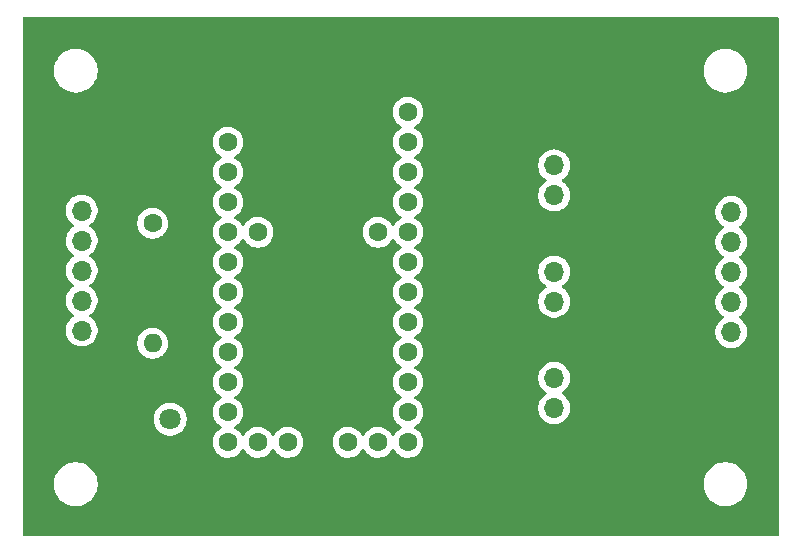
<source format=gbr>
%TF.GenerationSoftware,KiCad,Pcbnew,9.0.1*%
%TF.CreationDate,2025-05-04T20:41:54+10:00*%
%TF.ProjectId,payload_controlboard,7061796c-6f61-4645-9f63-6f6e74726f6c,rev?*%
%TF.SameCoordinates,Original*%
%TF.FileFunction,Copper,L2,Bot*%
%TF.FilePolarity,Positive*%
%FSLAX46Y46*%
G04 Gerber Fmt 4.6, Leading zero omitted, Abs format (unit mm)*
G04 Created by KiCad (PCBNEW 9.0.1) date 2025-05-04 20:41:54*
%MOMM*%
%LPD*%
G01*
G04 APERTURE LIST*
%TA.AperFunction,ComponentPad*%
%ADD10R,1.700000X1.700000*%
%TD*%
%TA.AperFunction,ComponentPad*%
%ADD11O,1.700000X1.700000*%
%TD*%
%TA.AperFunction,ComponentPad*%
%ADD12C,1.600000*%
%TD*%
%TA.AperFunction,ComponentPad*%
%ADD13O,1.600000X1.600000*%
%TD*%
%TA.AperFunction,ComponentPad*%
%ADD14R,1.800000X1.800000*%
%TD*%
%TA.AperFunction,ComponentPad*%
%ADD15C,1.800000*%
%TD*%
%TA.AperFunction,ComponentPad*%
%ADD16R,1.600000X1.600000*%
%TD*%
%TA.AperFunction,ViaPad*%
%ADD17C,0.600000*%
%TD*%
G04 APERTURE END LIST*
D10*
%TO.P,J5,1,Pin_1*%
%TO.N,GND*%
X107500000Y-102540000D03*
D11*
%TO.P,J5,2,Pin_2*%
%TO.N,+5V*%
X107500000Y-100000000D03*
%TO.P,J5,3,Pin_3*%
%TO.N,/tracking_Sig*%
X107500000Y-97460000D03*
%TO.P,J5,4,Pin_4*%
%TO.N,/VBATT*%
X107500000Y-94920000D03*
%TO.P,J5,5,Pin_5*%
%TO.N,/slowZone_Sig*%
X107500000Y-92380000D03*
%TO.P,J5,6,Pin_6*%
%TO.N,+5V*%
X107500000Y-89840000D03*
%TO.P,J5,7,Pin_7*%
%TO.N,GND*%
X107500000Y-87300000D03*
%TD*%
D12*
%TO.P,R1,1*%
%TO.N,+5V*%
X113500000Y-90920000D03*
D13*
%TO.P,R1,2*%
%TO.N,Net-(D1-A)*%
X113500000Y-101080000D03*
%TD*%
D10*
%TO.P,J2,1,Pin_1*%
%TO.N,GND*%
X147500000Y-92475000D03*
D11*
%TO.P,J2,2,Pin_2*%
%TO.N,/VBATT*%
X147500000Y-95015000D03*
%TO.P,J2,3,Pin_3*%
%TO.N,/ServoY_Sig*%
X147500000Y-97555000D03*
%TD*%
D10*
%TO.P,J1,1,Pin_1*%
%TO.N,GND*%
X147500000Y-101475000D03*
D11*
%TO.P,J1,2,Pin_2*%
%TO.N,/VBATT*%
X147500000Y-104015000D03*
%TO.P,J1,3,Pin_3*%
%TO.N,/ServoX_Sig*%
X147500000Y-106555000D03*
%TD*%
D14*
%TO.P,D1,1,K*%
%TO.N,GND*%
X112460000Y-107500000D03*
D15*
%TO.P,D1,2,A*%
%TO.N,Net-(D1-A)*%
X115000000Y-107500000D03*
%TD*%
D10*
%TO.P,J3,1,Pin_1*%
%TO.N,GND*%
X162500000Y-87420000D03*
D11*
%TO.P,J3,2,Pin_2*%
%TO.N,/S1*%
X162500000Y-89960000D03*
%TO.P,J3,3,Pin_3*%
%TO.N,/S2*%
X162500000Y-92500000D03*
%TO.P,J3,4,Pin_4*%
%TO.N,+5V*%
X162500000Y-95040000D03*
%TO.P,J3,5,Pin_5*%
%TO.N,/S3*%
X162500000Y-97580000D03*
%TO.P,J3,6,Pin_6*%
%TO.N,/S4*%
X162500000Y-100120000D03*
%TO.P,J3,7,Pin_7*%
%TO.N,GND*%
X162500000Y-102660000D03*
%TD*%
D16*
%TO.P,U2,1,GND*%
%TO.N,GND*%
X119880000Y-81530000D03*
D12*
%TO.P,U2,2,PB0_SS*%
%TO.N,unconnected-(U2-PB0_SS-Pad2)*%
X119880000Y-84070000D03*
%TO.P,U2,3,PB1_SCLK*%
%TO.N,unconnected-(U2-PB1_SCLK-Pad3)*%
X119880000Y-86610000D03*
%TO.P,U2,4,PB2_MOSI*%
%TO.N,unconnected-(U2-PB2_MOSI-Pad4)*%
X119880000Y-89150000D03*
%TO.P,U2,5,PB3_MISO*%
%TO.N,unconnected-(U2-PB3_MISO-Pad5)*%
X119880000Y-91690000D03*
%TO.P,U2,6,PB7_OC0A_OC1C_RTS*%
%TO.N,/slowZone_Sig*%
X119880000Y-94230000D03*
%TO.P,U2,7,PD0_INT0_SCL_OC0B*%
%TO.N,/tracking_Sig*%
X119880000Y-96770000D03*
%TO.P,U2,8,PD1_INT1_SDA*%
%TO.N,unconnected-(U2-PD1_INT1_SDA-Pad8)*%
X119880000Y-99310000D03*
%TO.P,U2,9,PD2_INT2_RXD1*%
%TO.N,unconnected-(U2-PD2_INT2_RXD1-Pad9)*%
X119880000Y-101850000D03*
%TO.P,U2,10,PD3_INT3_TXD1*%
%TO.N,unconnected-(U2-PD3_INT3_TXD1-Pad10)*%
X119880000Y-104390000D03*
%TO.P,U2,11,PC6_OC3A_OC4A*%
%TO.N,unconnected-(U2-PC6_OC3A_OC4A-Pad11)*%
X119880000Y-106930000D03*
%TO.P,U2,12,PC7_ICP3_OC4A*%
%TO.N,unconnected-(U2-PC7_ICP3_OC4A-Pad12)*%
X119880000Y-109470000D03*
%TO.P,U2,13,PD5_XCK1_CTS*%
%TO.N,unconnected-(U2-PD5_XCK1_CTS-Pad13)*%
X122420000Y-109470000D03*
%TO.P,U2,14,VCC*%
%TO.N,+5V*%
X124960000Y-109470000D03*
%TO.P,U2,15,GND*%
%TO.N,GND*%
X127500000Y-109470000D03*
%TO.P,U2,16,RST*%
%TO.N,Net-(SW1-A)*%
X130040000Y-109470000D03*
%TO.P,U2,17,PD4_ADC8_ICP1*%
%TO.N,Net-(U2-PD4_ADC8_ICP1)*%
X132580000Y-109470000D03*
%TO.P,U2,18,PD6_ADC9_T1_OC4D_LED*%
%TO.N,unconnected-(U2-PD6_ADC9_T1_OC4D_LED-Pad18)*%
X135120000Y-109470000D03*
%TO.P,U2,19,PD7_ADC10_T0_OC4D*%
%TO.N,unconnected-(U2-PD7_ADC10_T0_OC4D-Pad19)*%
X135120000Y-106930000D03*
%TO.P,U2,20,PB4_ADC11*%
%TO.N,unconnected-(U2-PB4_ADC11-Pad20)*%
X135120000Y-104390000D03*
%TO.P,U2,21,PB5_ADC12_OC1A_OB4B*%
%TO.N,/ServoX_Sig*%
X135120000Y-101850000D03*
%TO.P,U2,22,PB6_ADC13_OC1B_OC4B*%
%TO.N,/ServoY_Sig*%
X135120000Y-99310000D03*
%TO.P,U2,23,PF7_ADC7*%
%TO.N,unconnected-(U2-PF7_ADC7-Pad23)*%
X135120000Y-96770000D03*
%TO.P,U2,24,PF6_ADC6*%
%TO.N,/Laser_EN*%
X135120000Y-94230000D03*
%TO.P,U2,25,PF5_ADC5*%
%TO.N,/S4*%
X135120000Y-91690000D03*
%TO.P,U2,26,PF4_ADC4*%
%TO.N,/S3*%
X135120000Y-89150000D03*
%TO.P,U2,27,PF1_ADC1*%
%TO.N,/S2*%
X135120000Y-86610000D03*
%TO.P,U2,28,PF0_ADC0*%
%TO.N,/S1*%
X135120000Y-84070000D03*
%TO.P,U2,29,VCC*%
%TO.N,+5V*%
X135120000Y-81530000D03*
%TO.P,U2,30,PE6_INT6_AIN0*%
%TO.N,unconnected-(U2-PE6_INT6_AIN0-Pad30)*%
X122420000Y-91690000D03*
%TO.P,U2,31,AREF*%
%TO.N,unconnected-(U2-AREF-Pad31)*%
X132580000Y-91690000D03*
%TD*%
D10*
%TO.P,J4,1,Pin_1*%
%TO.N,GND*%
X147500000Y-83475000D03*
D11*
%TO.P,J4,2,Pin_2*%
%TO.N,unconnected-(J4-Pin_2-Pad2)*%
X147500000Y-86015000D03*
%TO.P,J4,3,Pin_3*%
%TO.N,/Laser_EN*%
X147500000Y-88555000D03*
%TD*%
D17*
%TO.N,GND*%
X149000000Y-116500000D03*
%TD*%
%TA.AperFunction,Conductor*%
%TO.N,GND*%
G36*
X166442539Y-73440185D02*
G01*
X166488294Y-73492989D01*
X166499500Y-73544500D01*
X166499500Y-117295500D01*
X166479815Y-117362539D01*
X166427011Y-117408294D01*
X166375500Y-117419500D01*
X102624500Y-117419500D01*
X102557461Y-117399815D01*
X102511706Y-117347011D01*
X102500500Y-117295500D01*
X102500500Y-112878711D01*
X105149500Y-112878711D01*
X105149500Y-113121288D01*
X105181161Y-113361785D01*
X105243947Y-113596104D01*
X105336773Y-113820205D01*
X105336776Y-113820212D01*
X105458064Y-114030289D01*
X105458066Y-114030292D01*
X105458067Y-114030293D01*
X105605733Y-114222736D01*
X105605739Y-114222743D01*
X105777256Y-114394260D01*
X105777262Y-114394265D01*
X105969711Y-114541936D01*
X106179788Y-114663224D01*
X106403900Y-114756054D01*
X106638211Y-114818838D01*
X106818586Y-114842584D01*
X106878711Y-114850500D01*
X106878712Y-114850500D01*
X107121289Y-114850500D01*
X107169388Y-114844167D01*
X107361789Y-114818838D01*
X107596100Y-114756054D01*
X107820212Y-114663224D01*
X108030289Y-114541936D01*
X108222738Y-114394265D01*
X108394265Y-114222738D01*
X108541936Y-114030289D01*
X108663224Y-113820212D01*
X108756054Y-113596100D01*
X108818838Y-113361789D01*
X108850500Y-113121288D01*
X108850500Y-112878712D01*
X108850500Y-112878711D01*
X160149500Y-112878711D01*
X160149500Y-113121288D01*
X160181161Y-113361785D01*
X160243947Y-113596104D01*
X160336773Y-113820205D01*
X160336776Y-113820212D01*
X160458064Y-114030289D01*
X160458066Y-114030292D01*
X160458067Y-114030293D01*
X160605733Y-114222736D01*
X160605739Y-114222743D01*
X160777256Y-114394260D01*
X160777262Y-114394265D01*
X160969711Y-114541936D01*
X161179788Y-114663224D01*
X161403900Y-114756054D01*
X161638211Y-114818838D01*
X161818586Y-114842584D01*
X161878711Y-114850500D01*
X161878712Y-114850500D01*
X162121289Y-114850500D01*
X162169388Y-114844167D01*
X162361789Y-114818838D01*
X162596100Y-114756054D01*
X162820212Y-114663224D01*
X163030289Y-114541936D01*
X163222738Y-114394265D01*
X163394265Y-114222738D01*
X163541936Y-114030289D01*
X163663224Y-113820212D01*
X163756054Y-113596100D01*
X163818838Y-113361789D01*
X163850500Y-113121288D01*
X163850500Y-112878712D01*
X163818838Y-112638211D01*
X163756054Y-112403900D01*
X163663224Y-112179788D01*
X163541936Y-111969711D01*
X163394265Y-111777262D01*
X163394260Y-111777256D01*
X163222743Y-111605739D01*
X163222736Y-111605733D01*
X163030293Y-111458067D01*
X163030292Y-111458066D01*
X163030289Y-111458064D01*
X162820212Y-111336776D01*
X162820205Y-111336773D01*
X162596104Y-111243947D01*
X162361785Y-111181161D01*
X162121289Y-111149500D01*
X162121288Y-111149500D01*
X161878712Y-111149500D01*
X161878711Y-111149500D01*
X161638214Y-111181161D01*
X161403895Y-111243947D01*
X161179794Y-111336773D01*
X161179785Y-111336777D01*
X160969706Y-111458067D01*
X160777263Y-111605733D01*
X160777256Y-111605739D01*
X160605739Y-111777256D01*
X160605733Y-111777263D01*
X160458067Y-111969706D01*
X160336777Y-112179785D01*
X160336773Y-112179794D01*
X160243947Y-112403895D01*
X160181161Y-112638214D01*
X160149500Y-112878711D01*
X108850500Y-112878711D01*
X108818838Y-112638211D01*
X108756054Y-112403900D01*
X108663224Y-112179788D01*
X108541936Y-111969711D01*
X108394265Y-111777262D01*
X108394260Y-111777256D01*
X108222743Y-111605739D01*
X108222736Y-111605733D01*
X108030293Y-111458067D01*
X108030292Y-111458066D01*
X108030289Y-111458064D01*
X107820212Y-111336776D01*
X107820205Y-111336773D01*
X107596104Y-111243947D01*
X107361785Y-111181161D01*
X107121289Y-111149500D01*
X107121288Y-111149500D01*
X106878712Y-111149500D01*
X106878711Y-111149500D01*
X106638214Y-111181161D01*
X106403895Y-111243947D01*
X106179794Y-111336773D01*
X106179785Y-111336777D01*
X105969706Y-111458067D01*
X105777263Y-111605733D01*
X105777256Y-111605739D01*
X105605739Y-111777256D01*
X105605733Y-111777263D01*
X105458067Y-111969706D01*
X105336777Y-112179785D01*
X105336773Y-112179794D01*
X105243947Y-112403895D01*
X105181161Y-112638214D01*
X105149500Y-112878711D01*
X102500500Y-112878711D01*
X102500500Y-107389778D01*
X113599500Y-107389778D01*
X113599500Y-107610221D01*
X113633985Y-107827952D01*
X113702103Y-108037603D01*
X113702104Y-108037606D01*
X113802187Y-108234025D01*
X113931752Y-108412358D01*
X113931756Y-108412363D01*
X114087636Y-108568243D01*
X114087641Y-108568247D01*
X114243192Y-108681260D01*
X114265978Y-108697815D01*
X114394375Y-108763237D01*
X114462393Y-108797895D01*
X114462396Y-108797896D01*
X114567221Y-108831955D01*
X114672049Y-108866015D01*
X114889778Y-108900500D01*
X114889779Y-108900500D01*
X115110221Y-108900500D01*
X115110222Y-108900500D01*
X115327951Y-108866015D01*
X115537606Y-108797895D01*
X115734022Y-108697815D01*
X115912365Y-108568242D01*
X116068242Y-108412365D01*
X116197815Y-108234022D01*
X116297895Y-108037606D01*
X116366015Y-107827951D01*
X116400500Y-107610222D01*
X116400500Y-107389778D01*
X116366015Y-107172049D01*
X116331955Y-107067221D01*
X116297896Y-106962396D01*
X116297895Y-106962393D01*
X116251449Y-106871239D01*
X116197815Y-106765978D01*
X116121753Y-106661287D01*
X116068247Y-106587641D01*
X116068243Y-106587636D01*
X115912363Y-106431756D01*
X115912358Y-106431752D01*
X115734025Y-106302187D01*
X115734024Y-106302186D01*
X115734022Y-106302185D01*
X115671096Y-106270122D01*
X115537606Y-106202104D01*
X115537603Y-106202103D01*
X115327952Y-106133985D01*
X115219086Y-106116742D01*
X115110222Y-106099500D01*
X114889778Y-106099500D01*
X114817201Y-106110995D01*
X114672047Y-106133985D01*
X114462396Y-106202103D01*
X114462393Y-106202104D01*
X114265974Y-106302187D01*
X114087641Y-106431752D01*
X114087636Y-106431756D01*
X113931756Y-106587636D01*
X113931752Y-106587641D01*
X113802187Y-106765974D01*
X113702104Y-106962393D01*
X113702103Y-106962396D01*
X113633985Y-107172047D01*
X113599500Y-107389778D01*
X102500500Y-107389778D01*
X102500500Y-89733713D01*
X106149500Y-89733713D01*
X106149500Y-89946286D01*
X106180493Y-90141971D01*
X106182754Y-90156243D01*
X106248143Y-90357490D01*
X106248444Y-90358414D01*
X106344951Y-90547820D01*
X106469890Y-90719786D01*
X106620213Y-90870109D01*
X106792182Y-90995050D01*
X106800946Y-90999516D01*
X106851742Y-91047491D01*
X106868536Y-91115312D01*
X106845998Y-91181447D01*
X106800946Y-91220484D01*
X106792182Y-91224949D01*
X106620213Y-91349890D01*
X106469890Y-91500213D01*
X106344951Y-91672179D01*
X106248444Y-91861585D01*
X106248443Y-91861587D01*
X106248443Y-91861588D01*
X106215598Y-91962672D01*
X106182753Y-92063760D01*
X106149500Y-92273713D01*
X106149500Y-92486286D01*
X106180493Y-92681971D01*
X106182754Y-92696243D01*
X106248143Y-92897490D01*
X106248444Y-92898414D01*
X106344951Y-93087820D01*
X106469890Y-93259786D01*
X106620213Y-93410109D01*
X106792182Y-93535050D01*
X106800946Y-93539516D01*
X106851742Y-93587491D01*
X106868536Y-93655312D01*
X106845998Y-93721447D01*
X106800946Y-93760484D01*
X106792182Y-93764949D01*
X106620213Y-93889890D01*
X106469890Y-94040213D01*
X106344951Y-94212179D01*
X106248444Y-94401585D01*
X106182753Y-94603760D01*
X106149500Y-94813713D01*
X106149500Y-95026286D01*
X106180493Y-95221971D01*
X106182754Y-95236243D01*
X106248143Y-95437490D01*
X106248444Y-95438414D01*
X106344951Y-95627820D01*
X106469890Y-95799786D01*
X106620213Y-95950109D01*
X106792182Y-96075050D01*
X106800946Y-96079516D01*
X106851742Y-96127491D01*
X106868536Y-96195312D01*
X106845998Y-96261447D01*
X106800946Y-96300484D01*
X106792182Y-96304949D01*
X106620213Y-96429890D01*
X106469890Y-96580213D01*
X106344951Y-96752179D01*
X106248444Y-96941585D01*
X106182753Y-97143760D01*
X106149500Y-97353713D01*
X106149500Y-97566286D01*
X106180493Y-97761971D01*
X106182754Y-97776243D01*
X106248143Y-97977490D01*
X106248444Y-97978414D01*
X106344951Y-98167820D01*
X106469890Y-98339786D01*
X106620213Y-98490109D01*
X106792182Y-98615050D01*
X106800946Y-98619516D01*
X106851742Y-98667491D01*
X106868536Y-98735312D01*
X106845998Y-98801447D01*
X106800946Y-98840484D01*
X106792182Y-98844949D01*
X106620213Y-98969890D01*
X106469890Y-99120213D01*
X106344951Y-99292179D01*
X106248444Y-99481585D01*
X106182753Y-99683760D01*
X106149500Y-99893713D01*
X106149500Y-100106286D01*
X106180493Y-100301971D01*
X106182754Y-100316243D01*
X106248143Y-100517490D01*
X106248444Y-100518414D01*
X106344951Y-100707820D01*
X106469890Y-100879786D01*
X106620213Y-101030109D01*
X106792179Y-101155048D01*
X106792181Y-101155049D01*
X106792184Y-101155051D01*
X106981588Y-101251557D01*
X107183757Y-101317246D01*
X107393713Y-101350500D01*
X107393714Y-101350500D01*
X107606286Y-101350500D01*
X107606287Y-101350500D01*
X107816243Y-101317246D01*
X108018412Y-101251557D01*
X108207816Y-101155051D01*
X108229789Y-101139086D01*
X108379786Y-101030109D01*
X108379788Y-101030106D01*
X108379792Y-101030104D01*
X108432248Y-100977648D01*
X112199500Y-100977648D01*
X112199500Y-101182351D01*
X112231522Y-101384534D01*
X112294781Y-101579223D01*
X112387715Y-101761613D01*
X112508028Y-101927213D01*
X112652786Y-102071971D01*
X112766427Y-102154534D01*
X112818390Y-102192287D01*
X112934607Y-102251503D01*
X113000776Y-102285218D01*
X113000778Y-102285218D01*
X113000781Y-102285220D01*
X113105137Y-102319127D01*
X113195465Y-102348477D01*
X113296557Y-102364488D01*
X113397648Y-102380500D01*
X113397649Y-102380500D01*
X113602351Y-102380500D01*
X113602352Y-102380500D01*
X113804534Y-102348477D01*
X113999219Y-102285220D01*
X114181610Y-102192287D01*
X114274590Y-102124732D01*
X114347213Y-102071971D01*
X114347215Y-102071968D01*
X114347219Y-102071966D01*
X114491966Y-101927219D01*
X114491968Y-101927215D01*
X114491971Y-101927213D01*
X114544732Y-101854590D01*
X114612287Y-101761610D01*
X114705220Y-101579219D01*
X114768477Y-101384534D01*
X114800500Y-101182352D01*
X114800500Y-100977648D01*
X114768477Y-100775466D01*
X114746497Y-100707820D01*
X114728180Y-100651446D01*
X114705220Y-100580781D01*
X114705218Y-100580778D01*
X114705218Y-100580776D01*
X114648527Y-100469515D01*
X114612287Y-100398390D01*
X114604556Y-100387749D01*
X114491971Y-100232786D01*
X114347213Y-100088028D01*
X114181613Y-99967715D01*
X114181612Y-99967714D01*
X114181610Y-99967713D01*
X114124653Y-99938691D01*
X113999223Y-99874781D01*
X113804534Y-99811522D01*
X113629995Y-99783878D01*
X113602352Y-99779500D01*
X113397648Y-99779500D01*
X113373329Y-99783351D01*
X113195465Y-99811522D01*
X113000776Y-99874781D01*
X112818386Y-99967715D01*
X112652786Y-100088028D01*
X112508028Y-100232786D01*
X112387715Y-100398386D01*
X112294781Y-100580776D01*
X112231522Y-100775465D01*
X112199500Y-100977648D01*
X108432248Y-100977648D01*
X108530104Y-100879792D01*
X108530106Y-100879788D01*
X108530109Y-100879786D01*
X108655048Y-100707820D01*
X108655047Y-100707820D01*
X108655051Y-100707816D01*
X108751557Y-100518412D01*
X108817246Y-100316243D01*
X108850500Y-100106287D01*
X108850500Y-99893713D01*
X108817246Y-99683757D01*
X108751557Y-99481588D01*
X108655051Y-99292184D01*
X108655049Y-99292181D01*
X108655048Y-99292179D01*
X108530109Y-99120213D01*
X108379786Y-98969890D01*
X108207820Y-98844951D01*
X108207115Y-98844591D01*
X108199054Y-98840485D01*
X108148259Y-98792512D01*
X108131463Y-98724692D01*
X108153999Y-98658556D01*
X108199054Y-98619515D01*
X108207816Y-98615051D01*
X108249035Y-98585104D01*
X108379786Y-98490109D01*
X108379788Y-98490106D01*
X108379792Y-98490104D01*
X108530104Y-98339792D01*
X108530106Y-98339788D01*
X108530109Y-98339786D01*
X108655048Y-98167820D01*
X108655047Y-98167820D01*
X108655051Y-98167816D01*
X108751557Y-97978412D01*
X108817246Y-97776243D01*
X108850500Y-97566287D01*
X108850500Y-97353713D01*
X108817246Y-97143757D01*
X108751557Y-96941588D01*
X108655051Y-96752184D01*
X108655049Y-96752181D01*
X108655048Y-96752179D01*
X108530109Y-96580213D01*
X108379786Y-96429890D01*
X108207820Y-96304951D01*
X108204860Y-96303443D01*
X108199054Y-96300485D01*
X108148259Y-96252512D01*
X108131463Y-96184692D01*
X108153999Y-96118556D01*
X108199054Y-96079515D01*
X108207816Y-96075051D01*
X108249035Y-96045104D01*
X108379786Y-95950109D01*
X108379788Y-95950106D01*
X108379792Y-95950104D01*
X108530104Y-95799792D01*
X108530106Y-95799788D01*
X108530109Y-95799786D01*
X108655048Y-95627820D01*
X108655047Y-95627820D01*
X108655051Y-95627816D01*
X108751557Y-95438412D01*
X108817246Y-95236243D01*
X108850500Y-95026287D01*
X108850500Y-94813713D01*
X108817246Y-94603757D01*
X108751557Y-94401588D01*
X108655051Y-94212184D01*
X108655049Y-94212181D01*
X108655048Y-94212179D01*
X108530109Y-94040213D01*
X108379786Y-93889890D01*
X108207820Y-93764951D01*
X108204860Y-93763443D01*
X108199054Y-93760485D01*
X108148259Y-93712512D01*
X108131463Y-93644692D01*
X108153999Y-93578556D01*
X108199054Y-93539515D01*
X108207816Y-93535051D01*
X108229789Y-93519086D01*
X108379786Y-93410109D01*
X108379788Y-93410106D01*
X108379792Y-93410104D01*
X108530104Y-93259792D01*
X108530106Y-93259788D01*
X108530109Y-93259786D01*
X108655048Y-93087820D01*
X108655047Y-93087820D01*
X108655051Y-93087816D01*
X108751557Y-92898412D01*
X108817246Y-92696243D01*
X108850500Y-92486287D01*
X108850500Y-92273713D01*
X108817246Y-92063757D01*
X108751557Y-91861588D01*
X108655051Y-91672184D01*
X108655049Y-91672181D01*
X108655048Y-91672179D01*
X108530109Y-91500213D01*
X108379786Y-91349890D01*
X108207820Y-91224951D01*
X108207002Y-91224534D01*
X108199054Y-91220485D01*
X108148259Y-91172512D01*
X108131463Y-91104692D01*
X108153999Y-91038556D01*
X108199054Y-90999515D01*
X108207816Y-90995051D01*
X108229789Y-90979086D01*
X108379786Y-90870109D01*
X108379788Y-90870106D01*
X108379792Y-90870104D01*
X108432248Y-90817648D01*
X112199500Y-90817648D01*
X112199500Y-91022351D01*
X112231522Y-91224534D01*
X112294781Y-91419223D01*
X112387715Y-91601613D01*
X112508028Y-91767213D01*
X112652786Y-91911971D01*
X112766427Y-91994534D01*
X112818390Y-92032287D01*
X112934607Y-92091503D01*
X113000776Y-92125218D01*
X113000778Y-92125218D01*
X113000781Y-92125220D01*
X113105137Y-92159127D01*
X113195465Y-92188477D01*
X113296557Y-92204488D01*
X113397648Y-92220500D01*
X113397649Y-92220500D01*
X113602351Y-92220500D01*
X113602352Y-92220500D01*
X113804534Y-92188477D01*
X113999219Y-92125220D01*
X114181610Y-92032287D01*
X114274590Y-91964732D01*
X114347213Y-91911971D01*
X114347215Y-91911968D01*
X114347219Y-91911966D01*
X114491966Y-91767219D01*
X114491968Y-91767215D01*
X114491971Y-91767213D01*
X114598771Y-91620213D01*
X114612287Y-91601610D01*
X114705220Y-91419219D01*
X114768477Y-91224534D01*
X114800500Y-91022352D01*
X114800500Y-90817648D01*
X114768477Y-90615466D01*
X114746497Y-90547820D01*
X114726015Y-90484781D01*
X114705220Y-90420781D01*
X114705218Y-90420778D01*
X114705218Y-90420776D01*
X114648527Y-90309515D01*
X114612287Y-90238390D01*
X114604556Y-90227749D01*
X114491971Y-90072786D01*
X114347213Y-89928028D01*
X114181613Y-89807715D01*
X114181612Y-89807714D01*
X114181610Y-89807713D01*
X114124653Y-89778691D01*
X113999223Y-89714781D01*
X113804534Y-89651522D01*
X113629995Y-89623878D01*
X113602352Y-89619500D01*
X113397648Y-89619500D01*
X113373329Y-89623351D01*
X113195465Y-89651522D01*
X113000776Y-89714781D01*
X112818386Y-89807715D01*
X112652786Y-89928028D01*
X112508028Y-90072786D01*
X112387715Y-90238386D01*
X112294781Y-90420776D01*
X112231522Y-90615465D01*
X112199500Y-90817648D01*
X108432248Y-90817648D01*
X108530104Y-90719792D01*
X108530106Y-90719788D01*
X108530109Y-90719786D01*
X108655048Y-90547820D01*
X108655047Y-90547820D01*
X108655051Y-90547816D01*
X108751557Y-90358412D01*
X108817246Y-90156243D01*
X108850500Y-89946287D01*
X108850500Y-89733713D01*
X108817246Y-89523757D01*
X108751557Y-89321588D01*
X108655051Y-89132184D01*
X108655049Y-89132181D01*
X108655048Y-89132179D01*
X108530109Y-88960213D01*
X108379786Y-88809890D01*
X108207820Y-88684951D01*
X108018414Y-88588444D01*
X108018413Y-88588443D01*
X108018412Y-88588443D01*
X107816243Y-88522754D01*
X107816241Y-88522753D01*
X107816240Y-88522753D01*
X107654957Y-88497208D01*
X107606287Y-88489500D01*
X107393713Y-88489500D01*
X107345042Y-88497208D01*
X107183760Y-88522753D01*
X106981585Y-88588444D01*
X106792179Y-88684951D01*
X106620213Y-88809890D01*
X106469890Y-88960213D01*
X106344951Y-89132179D01*
X106248444Y-89321585D01*
X106182753Y-89523760D01*
X106149500Y-89733713D01*
X102500500Y-89733713D01*
X102500500Y-83967648D01*
X118579500Y-83967648D01*
X118579500Y-84172351D01*
X118611522Y-84374534D01*
X118674781Y-84569223D01*
X118767715Y-84751613D01*
X118888028Y-84917213D01*
X119032786Y-85061971D01*
X119187749Y-85174556D01*
X119198390Y-85182287D01*
X119289840Y-85228883D01*
X119291080Y-85229515D01*
X119341876Y-85277490D01*
X119358671Y-85345311D01*
X119336134Y-85411446D01*
X119291080Y-85450485D01*
X119198386Y-85497715D01*
X119032786Y-85618028D01*
X118888028Y-85762786D01*
X118767715Y-85928386D01*
X118674781Y-86110776D01*
X118611522Y-86305465D01*
X118579500Y-86507648D01*
X118579500Y-86712351D01*
X118611522Y-86914534D01*
X118674781Y-87109223D01*
X118727942Y-87213556D01*
X118761640Y-87279692D01*
X118767715Y-87291613D01*
X118888028Y-87457213D01*
X119032786Y-87601971D01*
X119187749Y-87714556D01*
X119198390Y-87722287D01*
X119289840Y-87768883D01*
X119291080Y-87769515D01*
X119341876Y-87817490D01*
X119358671Y-87885311D01*
X119336134Y-87951446D01*
X119291080Y-87990485D01*
X119198386Y-88037715D01*
X119032786Y-88158028D01*
X118888028Y-88302786D01*
X118767715Y-88468386D01*
X118674781Y-88650776D01*
X118611522Y-88845465D01*
X118579500Y-89047648D01*
X118579500Y-89252351D01*
X118611522Y-89454534D01*
X118674781Y-89649223D01*
X118767715Y-89831613D01*
X118888028Y-89997213D01*
X119032786Y-90141971D01*
X119165493Y-90238386D01*
X119198390Y-90262287D01*
X119289840Y-90308883D01*
X119291080Y-90309515D01*
X119341876Y-90357490D01*
X119358671Y-90425311D01*
X119336134Y-90491446D01*
X119291080Y-90530485D01*
X119198386Y-90577715D01*
X119032786Y-90698028D01*
X118888028Y-90842786D01*
X118767715Y-91008386D01*
X118674781Y-91190776D01*
X118611522Y-91385465D01*
X118579500Y-91587648D01*
X118579500Y-91792351D01*
X118611522Y-91994534D01*
X118674781Y-92189223D01*
X118767715Y-92371613D01*
X118888028Y-92537213D01*
X119032786Y-92681971D01*
X119187749Y-92794556D01*
X119198390Y-92802287D01*
X119289840Y-92848883D01*
X119291080Y-92849515D01*
X119341876Y-92897490D01*
X119358671Y-92965311D01*
X119336134Y-93031446D01*
X119291080Y-93070485D01*
X119198386Y-93117715D01*
X119032786Y-93238028D01*
X118888028Y-93382786D01*
X118767715Y-93548386D01*
X118674781Y-93730776D01*
X118611522Y-93925465D01*
X118579500Y-94127648D01*
X118579500Y-94332351D01*
X118611522Y-94534534D01*
X118674781Y-94729223D01*
X118767715Y-94911613D01*
X118888028Y-95077213D01*
X119032786Y-95221971D01*
X119183184Y-95331239D01*
X119198390Y-95342287D01*
X119289840Y-95388883D01*
X119291080Y-95389515D01*
X119341876Y-95437490D01*
X119358671Y-95505311D01*
X119336134Y-95571446D01*
X119291080Y-95610485D01*
X119198386Y-95657715D01*
X119032786Y-95778028D01*
X118888028Y-95922786D01*
X118767715Y-96088386D01*
X118674781Y-96270776D01*
X118611522Y-96465465D01*
X118579500Y-96667648D01*
X118579500Y-96872351D01*
X118611522Y-97074534D01*
X118674781Y-97269223D01*
X118767715Y-97451613D01*
X118888028Y-97617213D01*
X119032786Y-97761971D01*
X119183184Y-97871239D01*
X119198390Y-97882287D01*
X119289840Y-97928883D01*
X119291080Y-97929515D01*
X119341876Y-97977490D01*
X119358671Y-98045311D01*
X119336134Y-98111446D01*
X119291080Y-98150485D01*
X119198386Y-98197715D01*
X119032786Y-98318028D01*
X118888028Y-98462786D01*
X118767715Y-98628386D01*
X118674781Y-98810776D01*
X118611522Y-99005465D01*
X118579500Y-99207648D01*
X118579500Y-99412351D01*
X118611522Y-99614534D01*
X118674781Y-99809223D01*
X118767715Y-99991613D01*
X118888028Y-100157213D01*
X119032786Y-100301971D01*
X119165493Y-100398386D01*
X119198390Y-100422287D01*
X119289840Y-100468883D01*
X119291080Y-100469515D01*
X119341876Y-100517490D01*
X119358671Y-100585311D01*
X119336134Y-100651446D01*
X119291080Y-100690485D01*
X119198386Y-100737715D01*
X119032786Y-100858028D01*
X118888028Y-101002786D01*
X118767715Y-101168386D01*
X118674781Y-101350776D01*
X118611522Y-101545465D01*
X118579500Y-101747648D01*
X118579500Y-101952351D01*
X118611522Y-102154534D01*
X118674781Y-102349223D01*
X118767715Y-102531613D01*
X118888028Y-102697213D01*
X119032786Y-102841971D01*
X119187749Y-102954556D01*
X119198390Y-102962287D01*
X119289840Y-103008883D01*
X119291080Y-103009515D01*
X119341876Y-103057490D01*
X119358671Y-103125311D01*
X119336134Y-103191446D01*
X119291080Y-103230485D01*
X119198386Y-103277715D01*
X119032786Y-103398028D01*
X118888028Y-103542786D01*
X118767715Y-103708386D01*
X118674781Y-103890776D01*
X118611522Y-104085465D01*
X118579500Y-104287648D01*
X118579500Y-104492351D01*
X118611522Y-104694534D01*
X118674781Y-104889223D01*
X118738691Y-105014653D01*
X118754207Y-105045104D01*
X118767715Y-105071613D01*
X118888028Y-105237213D01*
X119032786Y-105381971D01*
X119187749Y-105494556D01*
X119198390Y-105502287D01*
X119289840Y-105548883D01*
X119291080Y-105549515D01*
X119341876Y-105597490D01*
X119358671Y-105665311D01*
X119336134Y-105731446D01*
X119291080Y-105770485D01*
X119198386Y-105817715D01*
X119032786Y-105938028D01*
X118888028Y-106082786D01*
X118767715Y-106248386D01*
X118674781Y-106430776D01*
X118611522Y-106625465D01*
X118579500Y-106827648D01*
X118579500Y-107032351D01*
X118611522Y-107234534D01*
X118674781Y-107429223D01*
X118738691Y-107554653D01*
X118767005Y-107610221D01*
X118767715Y-107611613D01*
X118888028Y-107777213D01*
X119032786Y-107921971D01*
X119187749Y-108034556D01*
X119198390Y-108042287D01*
X119289840Y-108088883D01*
X119291080Y-108089515D01*
X119341876Y-108137490D01*
X119358671Y-108205311D01*
X119336134Y-108271446D01*
X119291080Y-108310485D01*
X119198386Y-108357715D01*
X119032786Y-108478028D01*
X118888028Y-108622786D01*
X118767715Y-108788386D01*
X118674781Y-108970776D01*
X118611522Y-109165465D01*
X118579500Y-109367648D01*
X118579500Y-109572351D01*
X118611522Y-109774534D01*
X118674781Y-109969223D01*
X118767715Y-110151613D01*
X118888028Y-110317213D01*
X119032786Y-110461971D01*
X119187749Y-110574556D01*
X119198390Y-110582287D01*
X119314607Y-110641503D01*
X119380776Y-110675218D01*
X119380778Y-110675218D01*
X119380781Y-110675220D01*
X119485137Y-110709127D01*
X119575465Y-110738477D01*
X119676557Y-110754488D01*
X119777648Y-110770500D01*
X119777649Y-110770500D01*
X119982351Y-110770500D01*
X119982352Y-110770500D01*
X120184534Y-110738477D01*
X120379219Y-110675220D01*
X120561610Y-110582287D01*
X120654590Y-110514732D01*
X120727213Y-110461971D01*
X120727215Y-110461968D01*
X120727219Y-110461966D01*
X120871966Y-110317219D01*
X120871968Y-110317215D01*
X120871971Y-110317213D01*
X120992284Y-110151614D01*
X120992285Y-110151613D01*
X120992287Y-110151610D01*
X121039516Y-110058917D01*
X121087489Y-110008123D01*
X121155310Y-109991328D01*
X121221445Y-110013865D01*
X121260485Y-110058919D01*
X121307715Y-110151614D01*
X121428028Y-110317213D01*
X121572786Y-110461971D01*
X121727749Y-110574556D01*
X121738390Y-110582287D01*
X121854607Y-110641503D01*
X121920776Y-110675218D01*
X121920778Y-110675218D01*
X121920781Y-110675220D01*
X122025137Y-110709127D01*
X122115465Y-110738477D01*
X122216557Y-110754488D01*
X122317648Y-110770500D01*
X122317649Y-110770500D01*
X122522351Y-110770500D01*
X122522352Y-110770500D01*
X122724534Y-110738477D01*
X122919219Y-110675220D01*
X123101610Y-110582287D01*
X123194590Y-110514732D01*
X123267213Y-110461971D01*
X123267215Y-110461968D01*
X123267219Y-110461966D01*
X123411966Y-110317219D01*
X123411968Y-110317215D01*
X123411971Y-110317213D01*
X123532284Y-110151614D01*
X123532285Y-110151613D01*
X123532287Y-110151610D01*
X123579516Y-110058917D01*
X123627489Y-110008123D01*
X123695310Y-109991328D01*
X123761445Y-110013865D01*
X123800485Y-110058919D01*
X123847715Y-110151614D01*
X123968028Y-110317213D01*
X124112786Y-110461971D01*
X124267749Y-110574556D01*
X124278390Y-110582287D01*
X124394607Y-110641503D01*
X124460776Y-110675218D01*
X124460778Y-110675218D01*
X124460781Y-110675220D01*
X124565137Y-110709127D01*
X124655465Y-110738477D01*
X124756557Y-110754488D01*
X124857648Y-110770500D01*
X124857649Y-110770500D01*
X125062351Y-110770500D01*
X125062352Y-110770500D01*
X125264534Y-110738477D01*
X125459219Y-110675220D01*
X125641610Y-110582287D01*
X125734590Y-110514732D01*
X125807213Y-110461971D01*
X125807215Y-110461968D01*
X125807219Y-110461966D01*
X125951966Y-110317219D01*
X125951968Y-110317215D01*
X125951971Y-110317213D01*
X126004732Y-110244590D01*
X126072287Y-110151610D01*
X126165220Y-109969219D01*
X126228477Y-109774534D01*
X126260500Y-109572352D01*
X126260500Y-109367648D01*
X128739500Y-109367648D01*
X128739500Y-109572351D01*
X128771522Y-109774534D01*
X128834781Y-109969223D01*
X128927715Y-110151613D01*
X129048028Y-110317213D01*
X129192786Y-110461971D01*
X129347749Y-110574556D01*
X129358390Y-110582287D01*
X129474607Y-110641503D01*
X129540776Y-110675218D01*
X129540778Y-110675218D01*
X129540781Y-110675220D01*
X129645137Y-110709127D01*
X129735465Y-110738477D01*
X129836557Y-110754488D01*
X129937648Y-110770500D01*
X129937649Y-110770500D01*
X130142351Y-110770500D01*
X130142352Y-110770500D01*
X130344534Y-110738477D01*
X130539219Y-110675220D01*
X130721610Y-110582287D01*
X130814590Y-110514732D01*
X130887213Y-110461971D01*
X130887215Y-110461968D01*
X130887219Y-110461966D01*
X131031966Y-110317219D01*
X131031968Y-110317215D01*
X131031971Y-110317213D01*
X131152284Y-110151614D01*
X131152285Y-110151613D01*
X131152287Y-110151610D01*
X131199516Y-110058917D01*
X131247489Y-110008123D01*
X131315310Y-109991328D01*
X131381445Y-110013865D01*
X131420485Y-110058919D01*
X131467715Y-110151614D01*
X131588028Y-110317213D01*
X131732786Y-110461971D01*
X131887749Y-110574556D01*
X131898390Y-110582287D01*
X132014607Y-110641503D01*
X132080776Y-110675218D01*
X132080778Y-110675218D01*
X132080781Y-110675220D01*
X132185137Y-110709127D01*
X132275465Y-110738477D01*
X132376557Y-110754488D01*
X132477648Y-110770500D01*
X132477649Y-110770500D01*
X132682351Y-110770500D01*
X132682352Y-110770500D01*
X132884534Y-110738477D01*
X133079219Y-110675220D01*
X133261610Y-110582287D01*
X133354590Y-110514732D01*
X133427213Y-110461971D01*
X133427215Y-110461968D01*
X133427219Y-110461966D01*
X133571966Y-110317219D01*
X133571968Y-110317215D01*
X133571971Y-110317213D01*
X133692284Y-110151614D01*
X133692285Y-110151613D01*
X133692287Y-110151610D01*
X133739516Y-110058917D01*
X133787489Y-110008123D01*
X133855310Y-109991328D01*
X133921445Y-110013865D01*
X133960485Y-110058919D01*
X134007715Y-110151614D01*
X134128028Y-110317213D01*
X134272786Y-110461971D01*
X134427749Y-110574556D01*
X134438390Y-110582287D01*
X134554607Y-110641503D01*
X134620776Y-110675218D01*
X134620778Y-110675218D01*
X134620781Y-110675220D01*
X134725137Y-110709127D01*
X134815465Y-110738477D01*
X134916557Y-110754488D01*
X135017648Y-110770500D01*
X135017649Y-110770500D01*
X135222351Y-110770500D01*
X135222352Y-110770500D01*
X135424534Y-110738477D01*
X135619219Y-110675220D01*
X135801610Y-110582287D01*
X135894590Y-110514732D01*
X135967213Y-110461971D01*
X135967215Y-110461968D01*
X135967219Y-110461966D01*
X136111966Y-110317219D01*
X136111968Y-110317215D01*
X136111971Y-110317213D01*
X136164732Y-110244590D01*
X136232287Y-110151610D01*
X136325220Y-109969219D01*
X136388477Y-109774534D01*
X136420500Y-109572352D01*
X136420500Y-109367648D01*
X136388477Y-109165466D01*
X136325220Y-108970781D01*
X136325218Y-108970778D01*
X136325218Y-108970776D01*
X136271838Y-108866014D01*
X136232287Y-108788390D01*
X136224556Y-108777749D01*
X136111971Y-108622786D01*
X135967213Y-108478028D01*
X135801614Y-108357715D01*
X135795006Y-108354348D01*
X135708917Y-108310483D01*
X135658123Y-108262511D01*
X135641328Y-108194690D01*
X135663865Y-108128555D01*
X135708917Y-108089516D01*
X135801610Y-108042287D01*
X135822770Y-108026913D01*
X135967213Y-107921971D01*
X135967215Y-107921968D01*
X135967219Y-107921966D01*
X136111966Y-107777219D01*
X136111968Y-107777215D01*
X136111971Y-107777213D01*
X136164732Y-107704590D01*
X136232287Y-107611610D01*
X136325220Y-107429219D01*
X136388477Y-107234534D01*
X136420500Y-107032352D01*
X136420500Y-106827648D01*
X136394151Y-106661287D01*
X136388477Y-106625465D01*
X136325537Y-106431758D01*
X136325220Y-106430781D01*
X136325218Y-106430778D01*
X136325218Y-106430776D01*
X136291503Y-106364607D01*
X136232287Y-106248390D01*
X136224556Y-106237749D01*
X136111971Y-106082786D01*
X135967213Y-105938028D01*
X135801614Y-105817715D01*
X135795006Y-105814348D01*
X135708917Y-105770483D01*
X135658123Y-105722511D01*
X135641328Y-105654690D01*
X135663865Y-105588555D01*
X135708917Y-105549516D01*
X135801610Y-105502287D01*
X135942465Y-105399951D01*
X135967213Y-105381971D01*
X135967215Y-105381968D01*
X135967219Y-105381966D01*
X136111966Y-105237219D01*
X136111968Y-105237215D01*
X136111971Y-105237213D01*
X136164732Y-105164590D01*
X136232287Y-105071610D01*
X136325220Y-104889219D01*
X136388477Y-104694534D01*
X136420500Y-104492352D01*
X136420500Y-104287648D01*
X136388477Y-104085466D01*
X136388476Y-104085462D01*
X136388476Y-104085461D01*
X136341914Y-103942159D01*
X136331046Y-103908713D01*
X146149500Y-103908713D01*
X146149500Y-104121287D01*
X146182754Y-104331243D01*
X146235101Y-104492351D01*
X146248444Y-104533414D01*
X146344951Y-104722820D01*
X146469890Y-104894786D01*
X146620213Y-105045109D01*
X146792182Y-105170050D01*
X146800946Y-105174516D01*
X146851742Y-105222491D01*
X146868536Y-105290312D01*
X146845998Y-105356447D01*
X146800946Y-105395484D01*
X146792182Y-105399949D01*
X146620213Y-105524890D01*
X146469890Y-105675213D01*
X146344951Y-105847179D01*
X146248444Y-106036585D01*
X146182753Y-106238760D01*
X146149500Y-106448713D01*
X146149500Y-106661286D01*
X146166081Y-106765978D01*
X146182754Y-106871243D01*
X146235101Y-107032351D01*
X146248444Y-107073414D01*
X146344951Y-107262820D01*
X146469890Y-107434786D01*
X146620213Y-107585109D01*
X146792179Y-107710048D01*
X146792181Y-107710049D01*
X146792184Y-107710051D01*
X146981588Y-107806557D01*
X147183757Y-107872246D01*
X147393713Y-107905500D01*
X147393714Y-107905500D01*
X147606286Y-107905500D01*
X147606287Y-107905500D01*
X147816243Y-107872246D01*
X148018412Y-107806557D01*
X148207816Y-107710051D01*
X148229789Y-107694086D01*
X148379786Y-107585109D01*
X148379788Y-107585106D01*
X148379792Y-107585104D01*
X148530104Y-107434792D01*
X148530106Y-107434788D01*
X148530109Y-107434786D01*
X148655048Y-107262820D01*
X148655047Y-107262820D01*
X148655051Y-107262816D01*
X148751557Y-107073412D01*
X148817246Y-106871243D01*
X148850500Y-106661287D01*
X148850500Y-106448713D01*
X148817246Y-106238757D01*
X148751557Y-106036588D01*
X148655051Y-105847184D01*
X148655049Y-105847181D01*
X148655048Y-105847179D01*
X148530109Y-105675213D01*
X148379786Y-105524890D01*
X148207820Y-105399951D01*
X148207115Y-105399591D01*
X148199054Y-105395485D01*
X148148259Y-105347512D01*
X148131463Y-105279692D01*
X148153999Y-105213556D01*
X148199054Y-105174515D01*
X148207816Y-105170051D01*
X148229789Y-105154086D01*
X148379786Y-105045109D01*
X148379788Y-105045106D01*
X148379792Y-105045104D01*
X148530104Y-104894792D01*
X148530106Y-104894788D01*
X148530109Y-104894786D01*
X148655048Y-104722820D01*
X148655047Y-104722820D01*
X148655051Y-104722816D01*
X148751557Y-104533412D01*
X148817246Y-104331243D01*
X148850500Y-104121287D01*
X148850500Y-103908713D01*
X148817246Y-103698757D01*
X148751557Y-103496588D01*
X148655051Y-103307184D01*
X148655049Y-103307181D01*
X148655048Y-103307179D01*
X148530109Y-103135213D01*
X148379786Y-102984890D01*
X148207820Y-102859951D01*
X148018414Y-102763444D01*
X148018413Y-102763443D01*
X148018412Y-102763443D01*
X147816243Y-102697754D01*
X147816241Y-102697753D01*
X147816240Y-102697753D01*
X147654957Y-102672208D01*
X147606287Y-102664500D01*
X147393713Y-102664500D01*
X147345042Y-102672208D01*
X147183760Y-102697753D01*
X146981585Y-102763444D01*
X146792179Y-102859951D01*
X146620213Y-102984890D01*
X146469890Y-103135213D01*
X146344951Y-103307179D01*
X146248444Y-103496585D01*
X146182753Y-103698760D01*
X146181228Y-103708390D01*
X146149500Y-103908713D01*
X136331046Y-103908713D01*
X136325220Y-103890781D01*
X136232287Y-103708390D01*
X136224556Y-103697749D01*
X136111971Y-103542786D01*
X135967213Y-103398028D01*
X135801614Y-103277715D01*
X135795006Y-103274348D01*
X135708917Y-103230483D01*
X135658123Y-103182511D01*
X135641328Y-103114690D01*
X135663865Y-103048555D01*
X135708917Y-103009516D01*
X135801610Y-102962287D01*
X135942465Y-102859951D01*
X135967213Y-102841971D01*
X135967215Y-102841968D01*
X135967219Y-102841966D01*
X136111966Y-102697219D01*
X136111968Y-102697215D01*
X136111971Y-102697213D01*
X136164732Y-102624590D01*
X136232287Y-102531610D01*
X136325220Y-102349219D01*
X136388477Y-102154534D01*
X136420500Y-101952352D01*
X136420500Y-101747648D01*
X136388477Y-101545466D01*
X136325220Y-101350781D01*
X136325218Y-101350778D01*
X136325218Y-101350776D01*
X136291503Y-101284607D01*
X136232287Y-101168390D01*
X136219002Y-101150104D01*
X136111971Y-101002786D01*
X135967213Y-100858028D01*
X135801614Y-100737715D01*
X135795006Y-100734348D01*
X135708917Y-100690483D01*
X135658123Y-100642511D01*
X135641328Y-100574690D01*
X135663865Y-100508555D01*
X135708917Y-100469516D01*
X135801610Y-100422287D01*
X135834507Y-100398386D01*
X135967213Y-100301971D01*
X135967215Y-100301968D01*
X135967219Y-100301966D01*
X136111966Y-100157219D01*
X136111968Y-100157215D01*
X136111971Y-100157213D01*
X136216228Y-100013713D01*
X136232287Y-99991610D01*
X136325220Y-99809219D01*
X136388477Y-99614534D01*
X136420500Y-99412352D01*
X136420500Y-99207648D01*
X136388477Y-99005465D01*
X136345191Y-98872246D01*
X136325220Y-98810781D01*
X136325218Y-98810778D01*
X136325218Y-98810776D01*
X136288908Y-98739514D01*
X136232287Y-98628390D01*
X136200838Y-98585104D01*
X136111971Y-98462786D01*
X135967213Y-98318028D01*
X135801614Y-98197715D01*
X135795006Y-98194348D01*
X135708917Y-98150483D01*
X135658123Y-98102511D01*
X135641328Y-98034690D01*
X135663865Y-97968555D01*
X135708917Y-97929516D01*
X135801610Y-97882287D01*
X135822770Y-97866913D01*
X135967213Y-97761971D01*
X135967215Y-97761968D01*
X135967219Y-97761966D01*
X136111966Y-97617219D01*
X136111968Y-97617215D01*
X136111971Y-97617213D01*
X136216228Y-97473713D01*
X136232287Y-97451610D01*
X136325220Y-97269219D01*
X136388477Y-97074534D01*
X136420500Y-96872352D01*
X136420500Y-96667648D01*
X136388477Y-96465465D01*
X136350151Y-96347512D01*
X136325220Y-96270781D01*
X136325218Y-96270778D01*
X136325218Y-96270776D01*
X136288908Y-96199514D01*
X136232287Y-96088390D01*
X136200838Y-96045104D01*
X136111971Y-95922786D01*
X135967213Y-95778028D01*
X135801614Y-95657715D01*
X135795006Y-95654348D01*
X135708917Y-95610483D01*
X135658123Y-95562511D01*
X135641328Y-95494690D01*
X135663865Y-95428555D01*
X135708917Y-95389516D01*
X135801610Y-95342287D01*
X135822770Y-95326913D01*
X135967213Y-95221971D01*
X135967215Y-95221968D01*
X135967219Y-95221966D01*
X136111966Y-95077219D01*
X136111968Y-95077215D01*
X136111971Y-95077213D01*
X136232284Y-94911614D01*
X136232285Y-94911613D01*
X136232287Y-94911610D01*
X136233763Y-94908713D01*
X146149500Y-94908713D01*
X146149500Y-95121287D01*
X146182754Y-95331243D01*
X146239312Y-95505311D01*
X146248444Y-95533414D01*
X146344951Y-95722820D01*
X146469890Y-95894786D01*
X146620213Y-96045109D01*
X146792182Y-96170050D01*
X146800946Y-96174516D01*
X146851742Y-96222491D01*
X146868536Y-96290312D01*
X146845998Y-96356447D01*
X146800946Y-96395484D01*
X146792182Y-96399949D01*
X146620213Y-96524890D01*
X146469890Y-96675213D01*
X146344951Y-96847179D01*
X146248444Y-97036585D01*
X146182753Y-97238760D01*
X146149500Y-97448713D01*
X146149500Y-97661287D01*
X146182754Y-97871243D01*
X146239312Y-98045311D01*
X146248444Y-98073414D01*
X146344951Y-98262820D01*
X146469890Y-98434786D01*
X146620213Y-98585109D01*
X146792179Y-98710048D01*
X146792181Y-98710049D01*
X146792184Y-98710051D01*
X146981588Y-98806557D01*
X147183757Y-98872246D01*
X147393713Y-98905500D01*
X147393714Y-98905500D01*
X147606286Y-98905500D01*
X147606287Y-98905500D01*
X147816243Y-98872246D01*
X148018412Y-98806557D01*
X148207816Y-98710051D01*
X148266395Y-98667491D01*
X148379786Y-98585109D01*
X148379788Y-98585106D01*
X148379792Y-98585104D01*
X148530104Y-98434792D01*
X148530106Y-98434788D01*
X148530109Y-98434786D01*
X148655048Y-98262820D01*
X148655047Y-98262820D01*
X148655051Y-98262816D01*
X148751557Y-98073412D01*
X148817246Y-97871243D01*
X148850500Y-97661287D01*
X148850500Y-97448713D01*
X148817246Y-97238757D01*
X148751557Y-97036588D01*
X148655051Y-96847184D01*
X148655049Y-96847181D01*
X148655048Y-96847179D01*
X148530109Y-96675213D01*
X148379786Y-96524890D01*
X148207820Y-96399951D01*
X148207115Y-96399591D01*
X148199054Y-96395485D01*
X148148259Y-96347512D01*
X148131463Y-96279692D01*
X148153999Y-96213556D01*
X148199054Y-96174515D01*
X148207816Y-96170051D01*
X148266395Y-96127491D01*
X148379786Y-96045109D01*
X148379788Y-96045106D01*
X148379792Y-96045104D01*
X148530104Y-95894792D01*
X148530106Y-95894788D01*
X148530109Y-95894786D01*
X148655048Y-95722820D01*
X148655047Y-95722820D01*
X148655051Y-95722816D01*
X148751557Y-95533412D01*
X148817246Y-95331243D01*
X148850500Y-95121287D01*
X148850500Y-94908713D01*
X148817246Y-94698757D01*
X148751557Y-94496588D01*
X148655051Y-94307184D01*
X148655049Y-94307181D01*
X148655048Y-94307179D01*
X148530109Y-94135213D01*
X148379786Y-93984890D01*
X148207820Y-93859951D01*
X148018414Y-93763444D01*
X148018413Y-93763443D01*
X148018412Y-93763443D01*
X147816243Y-93697754D01*
X147816241Y-93697753D01*
X147816240Y-93697753D01*
X147654957Y-93672208D01*
X147606287Y-93664500D01*
X147393713Y-93664500D01*
X147345042Y-93672208D01*
X147183760Y-93697753D01*
X146981585Y-93763444D01*
X146792179Y-93859951D01*
X146620213Y-93984890D01*
X146469890Y-94135213D01*
X146344951Y-94307179D01*
X146248444Y-94496585D01*
X146182753Y-94698760D01*
X146159188Y-94847546D01*
X146149500Y-94908713D01*
X136233763Y-94908713D01*
X136325220Y-94729219D01*
X136388477Y-94534534D01*
X136420500Y-94332352D01*
X136420500Y-94127648D01*
X136388477Y-93925465D01*
X136358274Y-93832512D01*
X136325220Y-93730781D01*
X136325218Y-93730778D01*
X136325218Y-93730776D01*
X136288908Y-93659514D01*
X136232287Y-93548390D01*
X136219002Y-93530104D01*
X136111971Y-93382786D01*
X135967213Y-93238028D01*
X135801614Y-93117715D01*
X135795006Y-93114348D01*
X135708917Y-93070483D01*
X135658123Y-93022511D01*
X135641328Y-92954690D01*
X135663865Y-92888555D01*
X135708917Y-92849516D01*
X135801610Y-92802287D01*
X135822770Y-92786913D01*
X135967213Y-92681971D01*
X135967215Y-92681968D01*
X135967219Y-92681966D01*
X136111966Y-92537219D01*
X136111968Y-92537215D01*
X136111971Y-92537213D01*
X136216228Y-92393713D01*
X136232287Y-92371610D01*
X136325220Y-92189219D01*
X136388477Y-91994534D01*
X136420500Y-91792352D01*
X136420500Y-91587648D01*
X136388477Y-91385465D01*
X136358274Y-91292512D01*
X136325220Y-91190781D01*
X136325218Y-91190778D01*
X136325218Y-91190776D01*
X136288908Y-91119514D01*
X136232287Y-91008390D01*
X136219002Y-90990104D01*
X136111971Y-90842786D01*
X135967213Y-90698028D01*
X135801614Y-90577715D01*
X135795006Y-90574348D01*
X135708917Y-90530483D01*
X135658123Y-90482511D01*
X135641328Y-90414690D01*
X135663865Y-90348555D01*
X135708917Y-90309516D01*
X135801610Y-90262287D01*
X135834507Y-90238386D01*
X135967213Y-90141971D01*
X135967215Y-90141968D01*
X135967219Y-90141966D01*
X136111966Y-89997219D01*
X136111968Y-89997215D01*
X136111971Y-89997213D01*
X136216228Y-89853713D01*
X136232287Y-89831610D01*
X136325220Y-89649219D01*
X136388477Y-89454534D01*
X136420500Y-89252352D01*
X136420500Y-89047648D01*
X136388477Y-88845465D01*
X136343956Y-88708444D01*
X136325220Y-88650781D01*
X136325218Y-88650778D01*
X136325218Y-88650776D01*
X136291503Y-88584607D01*
X136232287Y-88468390D01*
X136217991Y-88448713D01*
X136111971Y-88302786D01*
X135967213Y-88158028D01*
X135801614Y-88037715D01*
X135795006Y-88034348D01*
X135708917Y-87990483D01*
X135658123Y-87942511D01*
X135641328Y-87874690D01*
X135663865Y-87808555D01*
X135708917Y-87769516D01*
X135801610Y-87722287D01*
X135822770Y-87706913D01*
X135967213Y-87601971D01*
X135967215Y-87601968D01*
X135967219Y-87601966D01*
X136111966Y-87457219D01*
X136111968Y-87457215D01*
X136111971Y-87457213D01*
X136164732Y-87384590D01*
X136232287Y-87291610D01*
X136325220Y-87109219D01*
X136388477Y-86914534D01*
X136420500Y-86712352D01*
X136420500Y-86507648D01*
X136388477Y-86305466D01*
X136325220Y-86110781D01*
X136325218Y-86110778D01*
X136325218Y-86110776D01*
X136248462Y-85960136D01*
X136248461Y-85960134D01*
X136232286Y-85928388D01*
X136217992Y-85908713D01*
X146149500Y-85908713D01*
X146149500Y-86121286D01*
X146182753Y-86331239D01*
X146248444Y-86533414D01*
X146344951Y-86722820D01*
X146469890Y-86894786D01*
X146620213Y-87045109D01*
X146792182Y-87170050D01*
X146800946Y-87174516D01*
X146851742Y-87222491D01*
X146868536Y-87290312D01*
X146845998Y-87356447D01*
X146800946Y-87395484D01*
X146792182Y-87399949D01*
X146620213Y-87524890D01*
X146469890Y-87675213D01*
X146344951Y-87847179D01*
X146248444Y-88036585D01*
X146182753Y-88238760D01*
X146149500Y-88448713D01*
X146149500Y-88661286D01*
X146173037Y-88809896D01*
X146182754Y-88871243D01*
X146211662Y-88960213D01*
X146248444Y-89073414D01*
X146344951Y-89262820D01*
X146469890Y-89434786D01*
X146620213Y-89585109D01*
X146792179Y-89710048D01*
X146792181Y-89710049D01*
X146792184Y-89710051D01*
X146981588Y-89806557D01*
X147183757Y-89872246D01*
X147393713Y-89905500D01*
X147393714Y-89905500D01*
X147606286Y-89905500D01*
X147606287Y-89905500D01*
X147816243Y-89872246D01*
X147873281Y-89853713D01*
X161149500Y-89853713D01*
X161149500Y-90066286D01*
X161180543Y-90262287D01*
X161182754Y-90276243D01*
X161231189Y-90425311D01*
X161248444Y-90478414D01*
X161344951Y-90667820D01*
X161469890Y-90839786D01*
X161620213Y-90990109D01*
X161792182Y-91115050D01*
X161800946Y-91119516D01*
X161851742Y-91167491D01*
X161868536Y-91235312D01*
X161845998Y-91301447D01*
X161800946Y-91340484D01*
X161792182Y-91344949D01*
X161620213Y-91469890D01*
X161469890Y-91620213D01*
X161344951Y-91792179D01*
X161248444Y-91981585D01*
X161182753Y-92183760D01*
X161149500Y-92393713D01*
X161149500Y-92606286D01*
X161180543Y-92802287D01*
X161182754Y-92816243D01*
X161231189Y-92965311D01*
X161248444Y-93018414D01*
X161344951Y-93207820D01*
X161469890Y-93379786D01*
X161620213Y-93530109D01*
X161792182Y-93655050D01*
X161800946Y-93659516D01*
X161851742Y-93707491D01*
X161868536Y-93775312D01*
X161845998Y-93841447D01*
X161800946Y-93880484D01*
X161792182Y-93884949D01*
X161620213Y-94009890D01*
X161469890Y-94160213D01*
X161344951Y-94332179D01*
X161248444Y-94521585D01*
X161182753Y-94723760D01*
X161149500Y-94933713D01*
X161149500Y-95146286D01*
X161180543Y-95342287D01*
X161182754Y-95356243D01*
X161231189Y-95505311D01*
X161248444Y-95558414D01*
X161344951Y-95747820D01*
X161469890Y-95919786D01*
X161620213Y-96070109D01*
X161792182Y-96195050D01*
X161800946Y-96199516D01*
X161851742Y-96247491D01*
X161868536Y-96315312D01*
X161845998Y-96381447D01*
X161800946Y-96420484D01*
X161792182Y-96424949D01*
X161620213Y-96549890D01*
X161469890Y-96700213D01*
X161344951Y-96872179D01*
X161248444Y-97061585D01*
X161182753Y-97263760D01*
X161149500Y-97473713D01*
X161149500Y-97686286D01*
X161180543Y-97882287D01*
X161182754Y-97896243D01*
X161231189Y-98045311D01*
X161248444Y-98098414D01*
X161344951Y-98287820D01*
X161469890Y-98459786D01*
X161620213Y-98610109D01*
X161792182Y-98735050D01*
X161800946Y-98739516D01*
X161851742Y-98787491D01*
X161868536Y-98855312D01*
X161845998Y-98921447D01*
X161800946Y-98960484D01*
X161792182Y-98964949D01*
X161620213Y-99089890D01*
X161469890Y-99240213D01*
X161344951Y-99412179D01*
X161248444Y-99601585D01*
X161182753Y-99803760D01*
X161149500Y-100013713D01*
X161149500Y-100226286D01*
X161180543Y-100422287D01*
X161182754Y-100436243D01*
X161231189Y-100585311D01*
X161248444Y-100638414D01*
X161344951Y-100827820D01*
X161469890Y-100999786D01*
X161620213Y-101150109D01*
X161792179Y-101275048D01*
X161792181Y-101275049D01*
X161792184Y-101275051D01*
X161981588Y-101371557D01*
X162183757Y-101437246D01*
X162393713Y-101470500D01*
X162393714Y-101470500D01*
X162606286Y-101470500D01*
X162606287Y-101470500D01*
X162816243Y-101437246D01*
X163018412Y-101371557D01*
X163207816Y-101275051D01*
X163240156Y-101251555D01*
X163379786Y-101150109D01*
X163379788Y-101150106D01*
X163379792Y-101150104D01*
X163530104Y-100999792D01*
X163530106Y-100999788D01*
X163530109Y-100999786D01*
X163655048Y-100827820D01*
X163655047Y-100827820D01*
X163655051Y-100827816D01*
X163751557Y-100638412D01*
X163817246Y-100436243D01*
X163850500Y-100226287D01*
X163850500Y-100013713D01*
X163817246Y-99803757D01*
X163751557Y-99601588D01*
X163655051Y-99412184D01*
X163655049Y-99412181D01*
X163655048Y-99412179D01*
X163530109Y-99240213D01*
X163379786Y-99089890D01*
X163207820Y-98964951D01*
X163207115Y-98964591D01*
X163199054Y-98960485D01*
X163148259Y-98912512D01*
X163131463Y-98844692D01*
X163153999Y-98778556D01*
X163199054Y-98739515D01*
X163207816Y-98735051D01*
X163300805Y-98667491D01*
X163379786Y-98610109D01*
X163379788Y-98610106D01*
X163379792Y-98610104D01*
X163530104Y-98459792D01*
X163530106Y-98459788D01*
X163530109Y-98459786D01*
X163655048Y-98287820D01*
X163655047Y-98287820D01*
X163655051Y-98287816D01*
X163751557Y-98098412D01*
X163817246Y-97896243D01*
X163850500Y-97686287D01*
X163850500Y-97473713D01*
X163817246Y-97263757D01*
X163751557Y-97061588D01*
X163655051Y-96872184D01*
X163655049Y-96872181D01*
X163655048Y-96872179D01*
X163530109Y-96700213D01*
X163379786Y-96549890D01*
X163207820Y-96424951D01*
X163207115Y-96424591D01*
X163199054Y-96420485D01*
X163148259Y-96372512D01*
X163131463Y-96304692D01*
X163153999Y-96238556D01*
X163199054Y-96199515D01*
X163207816Y-96195051D01*
X163300805Y-96127491D01*
X163379786Y-96070109D01*
X163379788Y-96070106D01*
X163379792Y-96070104D01*
X163530104Y-95919792D01*
X163530106Y-95919788D01*
X163530109Y-95919786D01*
X163655048Y-95747820D01*
X163655047Y-95747820D01*
X163655051Y-95747816D01*
X163751557Y-95558412D01*
X163817246Y-95356243D01*
X163850500Y-95146287D01*
X163850500Y-94933713D01*
X163817246Y-94723757D01*
X163751557Y-94521588D01*
X163655051Y-94332184D01*
X163655049Y-94332181D01*
X163655048Y-94332179D01*
X163530109Y-94160213D01*
X163379786Y-94009890D01*
X163207820Y-93884951D01*
X163207115Y-93884591D01*
X163199054Y-93880485D01*
X163148259Y-93832512D01*
X163131463Y-93764692D01*
X163153999Y-93698556D01*
X163199054Y-93659515D01*
X163207816Y-93655051D01*
X163300805Y-93587491D01*
X163379786Y-93530109D01*
X163379788Y-93530106D01*
X163379792Y-93530104D01*
X163530104Y-93379792D01*
X163530106Y-93379788D01*
X163530109Y-93379786D01*
X163655048Y-93207820D01*
X163655047Y-93207820D01*
X163655051Y-93207816D01*
X163751557Y-93018412D01*
X163817246Y-92816243D01*
X163850500Y-92606287D01*
X163850500Y-92393713D01*
X163817246Y-92183757D01*
X163751557Y-91981588D01*
X163655051Y-91792184D01*
X163655049Y-91792181D01*
X163655048Y-91792179D01*
X163530109Y-91620213D01*
X163379786Y-91469890D01*
X163207820Y-91344951D01*
X163207115Y-91344591D01*
X163199054Y-91340485D01*
X163148259Y-91292512D01*
X163131463Y-91224692D01*
X163153999Y-91158556D01*
X163199054Y-91119515D01*
X163207816Y-91115051D01*
X163300805Y-91047491D01*
X163379786Y-90990109D01*
X163379788Y-90990106D01*
X163379792Y-90990104D01*
X163530104Y-90839792D01*
X163530106Y-90839788D01*
X163530109Y-90839786D01*
X163655048Y-90667820D01*
X163655047Y-90667820D01*
X163655051Y-90667816D01*
X163751557Y-90478412D01*
X163817246Y-90276243D01*
X163850500Y-90066287D01*
X163850500Y-89853713D01*
X163817246Y-89643757D01*
X163751557Y-89441588D01*
X163655051Y-89252184D01*
X163655049Y-89252181D01*
X163655048Y-89252179D01*
X163530109Y-89080213D01*
X163379786Y-88929890D01*
X163207820Y-88804951D01*
X163018414Y-88708444D01*
X163018413Y-88708443D01*
X163018412Y-88708443D01*
X162816243Y-88642754D01*
X162816241Y-88642753D01*
X162816240Y-88642753D01*
X162654957Y-88617208D01*
X162606287Y-88609500D01*
X162393713Y-88609500D01*
X162345042Y-88617208D01*
X162183760Y-88642753D01*
X161981585Y-88708444D01*
X161792179Y-88804951D01*
X161620213Y-88929890D01*
X161469890Y-89080213D01*
X161344951Y-89252179D01*
X161248444Y-89441585D01*
X161182753Y-89643760D01*
X161149500Y-89853713D01*
X147873281Y-89853713D01*
X148018412Y-89806557D01*
X148207816Y-89710051D01*
X148229789Y-89694086D01*
X148379786Y-89585109D01*
X148379788Y-89585106D01*
X148379792Y-89585104D01*
X148530104Y-89434792D01*
X148530106Y-89434788D01*
X148530109Y-89434786D01*
X148655048Y-89262820D01*
X148655047Y-89262820D01*
X148655051Y-89262816D01*
X148751557Y-89073412D01*
X148817246Y-88871243D01*
X148850500Y-88661287D01*
X148850500Y-88448713D01*
X148817246Y-88238757D01*
X148751557Y-88036588D01*
X148655051Y-87847184D01*
X148655049Y-87847181D01*
X148655048Y-87847179D01*
X148530109Y-87675213D01*
X148379786Y-87524890D01*
X148207820Y-87399951D01*
X148207115Y-87399591D01*
X148199054Y-87395485D01*
X148148259Y-87347512D01*
X148131463Y-87279692D01*
X148153999Y-87213556D01*
X148199054Y-87174515D01*
X148207816Y-87170051D01*
X148229789Y-87154086D01*
X148379786Y-87045109D01*
X148379788Y-87045106D01*
X148379792Y-87045104D01*
X148530104Y-86894792D01*
X148530106Y-86894788D01*
X148530109Y-86894786D01*
X148655048Y-86722820D01*
X148655047Y-86722820D01*
X148655051Y-86722816D01*
X148751557Y-86533412D01*
X148817246Y-86331243D01*
X148850500Y-86121287D01*
X148850500Y-85908713D01*
X148817246Y-85698757D01*
X148751557Y-85496588D01*
X148655051Y-85307184D01*
X148655049Y-85307181D01*
X148655048Y-85307179D01*
X148530109Y-85135213D01*
X148379786Y-84984890D01*
X148207820Y-84859951D01*
X148018414Y-84763444D01*
X148018413Y-84763443D01*
X148018412Y-84763443D01*
X147816243Y-84697754D01*
X147816241Y-84697753D01*
X147816240Y-84697753D01*
X147654957Y-84672208D01*
X147606287Y-84664500D01*
X147393713Y-84664500D01*
X147345042Y-84672208D01*
X147183760Y-84697753D01*
X146981585Y-84763444D01*
X146792179Y-84859951D01*
X146620213Y-84984890D01*
X146469890Y-85135213D01*
X146344951Y-85307179D01*
X146248444Y-85496585D01*
X146182753Y-85698760D01*
X146149500Y-85908713D01*
X136217992Y-85908713D01*
X136111971Y-85762786D01*
X135967213Y-85618028D01*
X135801614Y-85497715D01*
X135795006Y-85494348D01*
X135708917Y-85450483D01*
X135658123Y-85402511D01*
X135641328Y-85334690D01*
X135663865Y-85268555D01*
X135708917Y-85229516D01*
X135801610Y-85182287D01*
X135822770Y-85166913D01*
X135967213Y-85061971D01*
X135967215Y-85061968D01*
X135967219Y-85061966D01*
X136111966Y-84917219D01*
X136111968Y-84917215D01*
X136111971Y-84917213D01*
X136164732Y-84844590D01*
X136232287Y-84751610D01*
X136325220Y-84569219D01*
X136388477Y-84374534D01*
X136420500Y-84172352D01*
X136420500Y-83967648D01*
X136388477Y-83765466D01*
X136325220Y-83570781D01*
X136325218Y-83570778D01*
X136325218Y-83570776D01*
X136291503Y-83504607D01*
X136232287Y-83388390D01*
X136224556Y-83377749D01*
X136111971Y-83222786D01*
X135967213Y-83078028D01*
X135801614Y-82957715D01*
X135795006Y-82954348D01*
X135708917Y-82910483D01*
X135658123Y-82862511D01*
X135641328Y-82794690D01*
X135663865Y-82728555D01*
X135708917Y-82689516D01*
X135801610Y-82642287D01*
X135822770Y-82626913D01*
X135967213Y-82521971D01*
X135967215Y-82521968D01*
X135967219Y-82521966D01*
X136111966Y-82377219D01*
X136111968Y-82377215D01*
X136111971Y-82377213D01*
X136164732Y-82304590D01*
X136232287Y-82211610D01*
X136325220Y-82029219D01*
X136388477Y-81834534D01*
X136420500Y-81632352D01*
X136420500Y-81427648D01*
X136388477Y-81225466D01*
X136325220Y-81030781D01*
X136325218Y-81030778D01*
X136325218Y-81030776D01*
X136291503Y-80964607D01*
X136232287Y-80848390D01*
X136224556Y-80837749D01*
X136111971Y-80682786D01*
X135967213Y-80538028D01*
X135801613Y-80417715D01*
X135801612Y-80417714D01*
X135801610Y-80417713D01*
X135744653Y-80388691D01*
X135619223Y-80324781D01*
X135424534Y-80261522D01*
X135249995Y-80233878D01*
X135222352Y-80229500D01*
X135017648Y-80229500D01*
X134993329Y-80233351D01*
X134815465Y-80261522D01*
X134620776Y-80324781D01*
X134438386Y-80417715D01*
X134272786Y-80538028D01*
X134128028Y-80682786D01*
X134007715Y-80848386D01*
X133914781Y-81030776D01*
X133851522Y-81225465D01*
X133819500Y-81427648D01*
X133819500Y-81632351D01*
X133851522Y-81834534D01*
X133914781Y-82029223D01*
X134007715Y-82211613D01*
X134128028Y-82377213D01*
X134272786Y-82521971D01*
X134427749Y-82634556D01*
X134438390Y-82642287D01*
X134529840Y-82688883D01*
X134531080Y-82689515D01*
X134581876Y-82737490D01*
X134598671Y-82805311D01*
X134576134Y-82871446D01*
X134531080Y-82910485D01*
X134438386Y-82957715D01*
X134272786Y-83078028D01*
X134128028Y-83222786D01*
X134007715Y-83388386D01*
X133914781Y-83570776D01*
X133851522Y-83765465D01*
X133819500Y-83967648D01*
X133819500Y-84172351D01*
X133851522Y-84374534D01*
X133914781Y-84569223D01*
X134007715Y-84751613D01*
X134128028Y-84917213D01*
X134272786Y-85061971D01*
X134427749Y-85174556D01*
X134438390Y-85182287D01*
X134529840Y-85228883D01*
X134531080Y-85229515D01*
X134581876Y-85277490D01*
X134598671Y-85345311D01*
X134576134Y-85411446D01*
X134531080Y-85450485D01*
X134438386Y-85497715D01*
X134272786Y-85618028D01*
X134128028Y-85762786D01*
X134007715Y-85928386D01*
X133914781Y-86110776D01*
X133851522Y-86305465D01*
X133819500Y-86507648D01*
X133819500Y-86712351D01*
X133851522Y-86914534D01*
X133914781Y-87109223D01*
X133967942Y-87213556D01*
X134001640Y-87279692D01*
X134007715Y-87291613D01*
X134128028Y-87457213D01*
X134272786Y-87601971D01*
X134427749Y-87714556D01*
X134438390Y-87722287D01*
X134529840Y-87768883D01*
X134531080Y-87769515D01*
X134581876Y-87817490D01*
X134598671Y-87885311D01*
X134576134Y-87951446D01*
X134531080Y-87990485D01*
X134438386Y-88037715D01*
X134272786Y-88158028D01*
X134128028Y-88302786D01*
X134007715Y-88468386D01*
X133914781Y-88650776D01*
X133851522Y-88845465D01*
X133819500Y-89047648D01*
X133819500Y-89252351D01*
X133851522Y-89454534D01*
X133914781Y-89649223D01*
X134007715Y-89831613D01*
X134128028Y-89997213D01*
X134272786Y-90141971D01*
X134405493Y-90238386D01*
X134438390Y-90262287D01*
X134529840Y-90308883D01*
X134531080Y-90309515D01*
X134581876Y-90357490D01*
X134598671Y-90425311D01*
X134576134Y-90491446D01*
X134531080Y-90530485D01*
X134438386Y-90577715D01*
X134272786Y-90698028D01*
X134128028Y-90842786D01*
X134007715Y-91008386D01*
X133960485Y-91101080D01*
X133912510Y-91151876D01*
X133844689Y-91168671D01*
X133778554Y-91146134D01*
X133739515Y-91101080D01*
X133734663Y-91091557D01*
X133692287Y-91008390D01*
X133679002Y-90990104D01*
X133571971Y-90842786D01*
X133427213Y-90698028D01*
X133261613Y-90577715D01*
X133261612Y-90577714D01*
X133261610Y-90577713D01*
X133202934Y-90547816D01*
X133079223Y-90484781D01*
X132884534Y-90421522D01*
X132709995Y-90393878D01*
X132682352Y-90389500D01*
X132477648Y-90389500D01*
X132453329Y-90393351D01*
X132275465Y-90421522D01*
X132080776Y-90484781D01*
X131898386Y-90577715D01*
X131732786Y-90698028D01*
X131588028Y-90842786D01*
X131467715Y-91008386D01*
X131374781Y-91190776D01*
X131311522Y-91385465D01*
X131279500Y-91587648D01*
X131279500Y-91792351D01*
X131311522Y-91994534D01*
X131374781Y-92189223D01*
X131467715Y-92371613D01*
X131588028Y-92537213D01*
X131732786Y-92681971D01*
X131887749Y-92794556D01*
X131898390Y-92802287D01*
X131991080Y-92849515D01*
X132080776Y-92895218D01*
X132080778Y-92895218D01*
X132080781Y-92895220D01*
X132185137Y-92929127D01*
X132275465Y-92958477D01*
X132294697Y-92961523D01*
X132477648Y-92990500D01*
X132477649Y-92990500D01*
X132682351Y-92990500D01*
X132682352Y-92990500D01*
X132884534Y-92958477D01*
X133079219Y-92895220D01*
X133261610Y-92802287D01*
X133354590Y-92734732D01*
X133427213Y-92681971D01*
X133427215Y-92681968D01*
X133427219Y-92681966D01*
X133571966Y-92537219D01*
X133571968Y-92537215D01*
X133571971Y-92537213D01*
X133692284Y-92371614D01*
X133692285Y-92371613D01*
X133692287Y-92371610D01*
X133739516Y-92278917D01*
X133787489Y-92228123D01*
X133855310Y-92211328D01*
X133921445Y-92233865D01*
X133960485Y-92278919D01*
X134007715Y-92371614D01*
X134128028Y-92537213D01*
X134272786Y-92681971D01*
X134427749Y-92794556D01*
X134438390Y-92802287D01*
X134529840Y-92848883D01*
X134531080Y-92849515D01*
X134581876Y-92897490D01*
X134598671Y-92965311D01*
X134576134Y-93031446D01*
X134531080Y-93070485D01*
X134438386Y-93117715D01*
X134272786Y-93238028D01*
X134128028Y-93382786D01*
X134007715Y-93548386D01*
X133914781Y-93730776D01*
X133851522Y-93925465D01*
X133819500Y-94127648D01*
X133819500Y-94332351D01*
X133851522Y-94534534D01*
X133914781Y-94729223D01*
X134007715Y-94911613D01*
X134128028Y-95077213D01*
X134272786Y-95221971D01*
X134423184Y-95331239D01*
X134438390Y-95342287D01*
X134529840Y-95388883D01*
X134531080Y-95389515D01*
X134581876Y-95437490D01*
X134598671Y-95505311D01*
X134576134Y-95571446D01*
X134531080Y-95610485D01*
X134438386Y-95657715D01*
X134272786Y-95778028D01*
X134128028Y-95922786D01*
X134007715Y-96088386D01*
X133914781Y-96270776D01*
X133851522Y-96465465D01*
X133819500Y-96667648D01*
X133819500Y-96872351D01*
X133851522Y-97074534D01*
X133914781Y-97269223D01*
X134007715Y-97451613D01*
X134128028Y-97617213D01*
X134272786Y-97761971D01*
X134423184Y-97871239D01*
X134438390Y-97882287D01*
X134529840Y-97928883D01*
X134531080Y-97929515D01*
X134581876Y-97977490D01*
X134598671Y-98045311D01*
X134576134Y-98111446D01*
X134531080Y-98150485D01*
X134438386Y-98197715D01*
X134272786Y-98318028D01*
X134128028Y-98462786D01*
X134007715Y-98628386D01*
X133914781Y-98810776D01*
X133851522Y-99005465D01*
X133819500Y-99207648D01*
X133819500Y-99412351D01*
X133851522Y-99614534D01*
X133914781Y-99809223D01*
X134007715Y-99991613D01*
X134128028Y-100157213D01*
X134272786Y-100301971D01*
X134405493Y-100398386D01*
X134438390Y-100422287D01*
X134529840Y-100468883D01*
X134531080Y-100469515D01*
X134581876Y-100517490D01*
X134598671Y-100585311D01*
X134576134Y-100651446D01*
X134531080Y-100690485D01*
X134438386Y-100737715D01*
X134272786Y-100858028D01*
X134128028Y-101002786D01*
X134007715Y-101168386D01*
X133914781Y-101350776D01*
X133851522Y-101545465D01*
X133819500Y-101747648D01*
X133819500Y-101952351D01*
X133851522Y-102154534D01*
X133914781Y-102349223D01*
X134007715Y-102531613D01*
X134128028Y-102697213D01*
X134272786Y-102841971D01*
X134427749Y-102954556D01*
X134438390Y-102962287D01*
X134529840Y-103008883D01*
X134531080Y-103009515D01*
X134581876Y-103057490D01*
X134598671Y-103125311D01*
X134576134Y-103191446D01*
X134531080Y-103230485D01*
X134438386Y-103277715D01*
X134272786Y-103398028D01*
X134128028Y-103542786D01*
X134007715Y-103708386D01*
X133914781Y-103890776D01*
X133851522Y-104085465D01*
X133819500Y-104287648D01*
X133819500Y-104492351D01*
X133851522Y-104694534D01*
X133914781Y-104889223D01*
X133978691Y-105014653D01*
X133994207Y-105045104D01*
X134007715Y-105071613D01*
X134128028Y-105237213D01*
X134272786Y-105381971D01*
X134427749Y-105494556D01*
X134438390Y-105502287D01*
X134529840Y-105548883D01*
X134531080Y-105549515D01*
X134581876Y-105597490D01*
X134598671Y-105665311D01*
X134576134Y-105731446D01*
X134531080Y-105770485D01*
X134438386Y-105817715D01*
X134272786Y-105938028D01*
X134128028Y-106082786D01*
X134007715Y-106248386D01*
X133914781Y-106430776D01*
X133851522Y-106625465D01*
X133819500Y-106827648D01*
X133819500Y-107032351D01*
X133851522Y-107234534D01*
X133914781Y-107429223D01*
X133978691Y-107554653D01*
X134007005Y-107610221D01*
X134007715Y-107611613D01*
X134128028Y-107777213D01*
X134272786Y-107921971D01*
X134427749Y-108034556D01*
X134438390Y-108042287D01*
X134529840Y-108088883D01*
X134531080Y-108089515D01*
X134581876Y-108137490D01*
X134598671Y-108205311D01*
X134576134Y-108271446D01*
X134531080Y-108310485D01*
X134438386Y-108357715D01*
X134272786Y-108478028D01*
X134128028Y-108622786D01*
X134007715Y-108788386D01*
X133960485Y-108881080D01*
X133912510Y-108931876D01*
X133844689Y-108948671D01*
X133778554Y-108926134D01*
X133739515Y-108881080D01*
X133731838Y-108866014D01*
X133692287Y-108788390D01*
X133684556Y-108777749D01*
X133571971Y-108622786D01*
X133427213Y-108478028D01*
X133261613Y-108357715D01*
X133261612Y-108357714D01*
X133261610Y-108357713D01*
X133204653Y-108328691D01*
X133079223Y-108264781D01*
X132884534Y-108201522D01*
X132709995Y-108173878D01*
X132682352Y-108169500D01*
X132477648Y-108169500D01*
X132453329Y-108173351D01*
X132275465Y-108201522D01*
X132080776Y-108264781D01*
X131898386Y-108357715D01*
X131732786Y-108478028D01*
X131588028Y-108622786D01*
X131467715Y-108788386D01*
X131420485Y-108881080D01*
X131372510Y-108931876D01*
X131304689Y-108948671D01*
X131238554Y-108926134D01*
X131199515Y-108881080D01*
X131191838Y-108866014D01*
X131152287Y-108788390D01*
X131144556Y-108777749D01*
X131031971Y-108622786D01*
X130887213Y-108478028D01*
X130721613Y-108357715D01*
X130721612Y-108357714D01*
X130721610Y-108357713D01*
X130664653Y-108328691D01*
X130539223Y-108264781D01*
X130344534Y-108201522D01*
X130169995Y-108173878D01*
X130142352Y-108169500D01*
X129937648Y-108169500D01*
X129913329Y-108173351D01*
X129735465Y-108201522D01*
X129540776Y-108264781D01*
X129358386Y-108357715D01*
X129192786Y-108478028D01*
X129048028Y-108622786D01*
X128927715Y-108788386D01*
X128834781Y-108970776D01*
X128771522Y-109165465D01*
X128739500Y-109367648D01*
X126260500Y-109367648D01*
X126228477Y-109165466D01*
X126165220Y-108970781D01*
X126165218Y-108970778D01*
X126165218Y-108970776D01*
X126111838Y-108866014D01*
X126072287Y-108788390D01*
X126064556Y-108777749D01*
X125951971Y-108622786D01*
X125807213Y-108478028D01*
X125641613Y-108357715D01*
X125641612Y-108357714D01*
X125641610Y-108357713D01*
X125584653Y-108328691D01*
X125459223Y-108264781D01*
X125264534Y-108201522D01*
X125089995Y-108173878D01*
X125062352Y-108169500D01*
X124857648Y-108169500D01*
X124833329Y-108173351D01*
X124655465Y-108201522D01*
X124460776Y-108264781D01*
X124278386Y-108357715D01*
X124112786Y-108478028D01*
X123968028Y-108622786D01*
X123847715Y-108788386D01*
X123800485Y-108881080D01*
X123752510Y-108931876D01*
X123684689Y-108948671D01*
X123618554Y-108926134D01*
X123579515Y-108881080D01*
X123571838Y-108866014D01*
X123532287Y-108788390D01*
X123524556Y-108777749D01*
X123411971Y-108622786D01*
X123267213Y-108478028D01*
X123101613Y-108357715D01*
X123101612Y-108357714D01*
X123101610Y-108357713D01*
X123044653Y-108328691D01*
X122919223Y-108264781D01*
X122724534Y-108201522D01*
X122549995Y-108173878D01*
X122522352Y-108169500D01*
X122317648Y-108169500D01*
X122293329Y-108173351D01*
X122115465Y-108201522D01*
X121920776Y-108264781D01*
X121738386Y-108357715D01*
X121572786Y-108478028D01*
X121428028Y-108622786D01*
X121307715Y-108788386D01*
X121260485Y-108881080D01*
X121212510Y-108931876D01*
X121144689Y-108948671D01*
X121078554Y-108926134D01*
X121039515Y-108881080D01*
X121031838Y-108866014D01*
X120992287Y-108788390D01*
X120984556Y-108777749D01*
X120871971Y-108622786D01*
X120727213Y-108478028D01*
X120561614Y-108357715D01*
X120555006Y-108354348D01*
X120468917Y-108310483D01*
X120418123Y-108262511D01*
X120401328Y-108194690D01*
X120423865Y-108128555D01*
X120468917Y-108089516D01*
X120561610Y-108042287D01*
X120582770Y-108026913D01*
X120727213Y-107921971D01*
X120727215Y-107921968D01*
X120727219Y-107921966D01*
X120871966Y-107777219D01*
X120871968Y-107777215D01*
X120871971Y-107777213D01*
X120924732Y-107704590D01*
X120992287Y-107611610D01*
X121085220Y-107429219D01*
X121148477Y-107234534D01*
X121180500Y-107032352D01*
X121180500Y-106827648D01*
X121154151Y-106661287D01*
X121148477Y-106625465D01*
X121085537Y-106431758D01*
X121085220Y-106430781D01*
X121085218Y-106430778D01*
X121085218Y-106430776D01*
X121051503Y-106364607D01*
X120992287Y-106248390D01*
X120984556Y-106237749D01*
X120871971Y-106082786D01*
X120727213Y-105938028D01*
X120561614Y-105817715D01*
X120555006Y-105814348D01*
X120468917Y-105770483D01*
X120418123Y-105722511D01*
X120401328Y-105654690D01*
X120423865Y-105588555D01*
X120468917Y-105549516D01*
X120561610Y-105502287D01*
X120702465Y-105399951D01*
X120727213Y-105381971D01*
X120727215Y-105381968D01*
X120727219Y-105381966D01*
X120871966Y-105237219D01*
X120871968Y-105237215D01*
X120871971Y-105237213D01*
X120924732Y-105164590D01*
X120992287Y-105071610D01*
X121085220Y-104889219D01*
X121148477Y-104694534D01*
X121180500Y-104492352D01*
X121180500Y-104287648D01*
X121154151Y-104121287D01*
X121148477Y-104085465D01*
X121085218Y-103890776D01*
X121051503Y-103824607D01*
X120992287Y-103708390D01*
X120984556Y-103697749D01*
X120871971Y-103542786D01*
X120727213Y-103398028D01*
X120561614Y-103277715D01*
X120555006Y-103274348D01*
X120468917Y-103230483D01*
X120418123Y-103182511D01*
X120401328Y-103114690D01*
X120423865Y-103048555D01*
X120468917Y-103009516D01*
X120561610Y-102962287D01*
X120702465Y-102859951D01*
X120727213Y-102841971D01*
X120727215Y-102841968D01*
X120727219Y-102841966D01*
X120871966Y-102697219D01*
X120871968Y-102697215D01*
X120871971Y-102697213D01*
X120924732Y-102624590D01*
X120992287Y-102531610D01*
X121085220Y-102349219D01*
X121148477Y-102154534D01*
X121180500Y-101952352D01*
X121180500Y-101747648D01*
X121148477Y-101545466D01*
X121085220Y-101350781D01*
X121085218Y-101350778D01*
X121085218Y-101350776D01*
X121051503Y-101284607D01*
X120992287Y-101168390D01*
X120979002Y-101150104D01*
X120871971Y-101002786D01*
X120727213Y-100858028D01*
X120561614Y-100737715D01*
X120555006Y-100734348D01*
X120468917Y-100690483D01*
X120418123Y-100642511D01*
X120401328Y-100574690D01*
X120423865Y-100508555D01*
X120468917Y-100469516D01*
X120561610Y-100422287D01*
X120594507Y-100398386D01*
X120727213Y-100301971D01*
X120727215Y-100301968D01*
X120727219Y-100301966D01*
X120871966Y-100157219D01*
X120871968Y-100157215D01*
X120871971Y-100157213D01*
X120976228Y-100013713D01*
X120992287Y-99991610D01*
X121085220Y-99809219D01*
X121148477Y-99614534D01*
X121180500Y-99412352D01*
X121180500Y-99207648D01*
X121148477Y-99005465D01*
X121105191Y-98872246D01*
X121085220Y-98810781D01*
X121085218Y-98810778D01*
X121085218Y-98810776D01*
X121048908Y-98739514D01*
X120992287Y-98628390D01*
X120960838Y-98585104D01*
X120871971Y-98462786D01*
X120727213Y-98318028D01*
X120561614Y-98197715D01*
X120555006Y-98194348D01*
X120468917Y-98150483D01*
X120418123Y-98102511D01*
X120401328Y-98034690D01*
X120423865Y-97968555D01*
X120468917Y-97929516D01*
X120561610Y-97882287D01*
X120582770Y-97866913D01*
X120727213Y-97761971D01*
X120727215Y-97761968D01*
X120727219Y-97761966D01*
X120871966Y-97617219D01*
X120871968Y-97617215D01*
X120871971Y-97617213D01*
X120976228Y-97473713D01*
X120992287Y-97451610D01*
X121085220Y-97269219D01*
X121148477Y-97074534D01*
X121180500Y-96872352D01*
X121180500Y-96667648D01*
X121148477Y-96465465D01*
X121110151Y-96347512D01*
X121085220Y-96270781D01*
X121085218Y-96270778D01*
X121085218Y-96270776D01*
X121048908Y-96199514D01*
X120992287Y-96088390D01*
X120960838Y-96045104D01*
X120871971Y-95922786D01*
X120727213Y-95778028D01*
X120561614Y-95657715D01*
X120555006Y-95654348D01*
X120468917Y-95610483D01*
X120418123Y-95562511D01*
X120401328Y-95494690D01*
X120423865Y-95428555D01*
X120468917Y-95389516D01*
X120561610Y-95342287D01*
X120582770Y-95326913D01*
X120727213Y-95221971D01*
X120727215Y-95221968D01*
X120727219Y-95221966D01*
X120871966Y-95077219D01*
X120871968Y-95077215D01*
X120871971Y-95077213D01*
X120976228Y-94933713D01*
X120992287Y-94911610D01*
X121085220Y-94729219D01*
X121148477Y-94534534D01*
X121180500Y-94332352D01*
X121180500Y-94127648D01*
X121148477Y-93925465D01*
X121118274Y-93832512D01*
X121085220Y-93730781D01*
X121085218Y-93730778D01*
X121085218Y-93730776D01*
X121048908Y-93659514D01*
X120992287Y-93548390D01*
X120979002Y-93530104D01*
X120871971Y-93382786D01*
X120727213Y-93238028D01*
X120561614Y-93117715D01*
X120555006Y-93114348D01*
X120468917Y-93070483D01*
X120418123Y-93022511D01*
X120401328Y-92954690D01*
X120423865Y-92888555D01*
X120468917Y-92849516D01*
X120561610Y-92802287D01*
X120582770Y-92786913D01*
X120727213Y-92681971D01*
X120727215Y-92681968D01*
X120727219Y-92681966D01*
X120871966Y-92537219D01*
X120871968Y-92537215D01*
X120871971Y-92537213D01*
X120992284Y-92371614D01*
X120992285Y-92371613D01*
X120992287Y-92371610D01*
X121039516Y-92278917D01*
X121087489Y-92228123D01*
X121155310Y-92211328D01*
X121221445Y-92233865D01*
X121260485Y-92278919D01*
X121307715Y-92371614D01*
X121428028Y-92537213D01*
X121572786Y-92681971D01*
X121727749Y-92794556D01*
X121738390Y-92802287D01*
X121831080Y-92849515D01*
X121920776Y-92895218D01*
X121920778Y-92895218D01*
X121920781Y-92895220D01*
X122025137Y-92929127D01*
X122115465Y-92958477D01*
X122134697Y-92961523D01*
X122317648Y-92990500D01*
X122317649Y-92990500D01*
X122522351Y-92990500D01*
X122522352Y-92990500D01*
X122724534Y-92958477D01*
X122919219Y-92895220D01*
X123101610Y-92802287D01*
X123194590Y-92734732D01*
X123267213Y-92681971D01*
X123267215Y-92681968D01*
X123267219Y-92681966D01*
X123411966Y-92537219D01*
X123411968Y-92537215D01*
X123411971Y-92537213D01*
X123516228Y-92393713D01*
X123532287Y-92371610D01*
X123625220Y-92189219D01*
X123688477Y-91994534D01*
X123720500Y-91792352D01*
X123720500Y-91587648D01*
X123688477Y-91385465D01*
X123658274Y-91292512D01*
X123625220Y-91190781D01*
X123625218Y-91190778D01*
X123625218Y-91190776D01*
X123588908Y-91119514D01*
X123532287Y-91008390D01*
X123519002Y-90990104D01*
X123411971Y-90842786D01*
X123267213Y-90698028D01*
X123101613Y-90577715D01*
X123101612Y-90577714D01*
X123101610Y-90577713D01*
X123042934Y-90547816D01*
X122919223Y-90484781D01*
X122724534Y-90421522D01*
X122549995Y-90393878D01*
X122522352Y-90389500D01*
X122317648Y-90389500D01*
X122293329Y-90393351D01*
X122115465Y-90421522D01*
X121920776Y-90484781D01*
X121738386Y-90577715D01*
X121572786Y-90698028D01*
X121428028Y-90842786D01*
X121307715Y-91008386D01*
X121260485Y-91101080D01*
X121212510Y-91151876D01*
X121144689Y-91168671D01*
X121078554Y-91146134D01*
X121039515Y-91101080D01*
X121034663Y-91091557D01*
X120992287Y-91008390D01*
X120979002Y-90990104D01*
X120871971Y-90842786D01*
X120727213Y-90698028D01*
X120561614Y-90577715D01*
X120555006Y-90574348D01*
X120468917Y-90530483D01*
X120418123Y-90482511D01*
X120401328Y-90414690D01*
X120423865Y-90348555D01*
X120468917Y-90309516D01*
X120561610Y-90262287D01*
X120594507Y-90238386D01*
X120727213Y-90141971D01*
X120727215Y-90141968D01*
X120727219Y-90141966D01*
X120871966Y-89997219D01*
X120871968Y-89997215D01*
X120871971Y-89997213D01*
X120976228Y-89853713D01*
X120992287Y-89831610D01*
X121085220Y-89649219D01*
X121148477Y-89454534D01*
X121180500Y-89252352D01*
X121180500Y-89047648D01*
X121148477Y-88845465D01*
X121103956Y-88708444D01*
X121085220Y-88650781D01*
X121085218Y-88650778D01*
X121085218Y-88650776D01*
X121051503Y-88584607D01*
X120992287Y-88468390D01*
X120977991Y-88448713D01*
X120871971Y-88302786D01*
X120727213Y-88158028D01*
X120561614Y-88037715D01*
X120555006Y-88034348D01*
X120468917Y-87990483D01*
X120418123Y-87942511D01*
X120401328Y-87874690D01*
X120423865Y-87808555D01*
X120468917Y-87769516D01*
X120561610Y-87722287D01*
X120582770Y-87706913D01*
X120727213Y-87601971D01*
X120727215Y-87601968D01*
X120727219Y-87601966D01*
X120871966Y-87457219D01*
X120871968Y-87457215D01*
X120871971Y-87457213D01*
X120924732Y-87384590D01*
X120992287Y-87291610D01*
X121085220Y-87109219D01*
X121148477Y-86914534D01*
X121180500Y-86712352D01*
X121180500Y-86507648D01*
X121148477Y-86305466D01*
X121085220Y-86110781D01*
X121085218Y-86110778D01*
X121085218Y-86110776D01*
X121008461Y-85960134D01*
X120992287Y-85928390D01*
X120977991Y-85908713D01*
X120871971Y-85762786D01*
X120727213Y-85618028D01*
X120561614Y-85497715D01*
X120555006Y-85494348D01*
X120468917Y-85450483D01*
X120418123Y-85402511D01*
X120401328Y-85334690D01*
X120423865Y-85268555D01*
X120468917Y-85229516D01*
X120561610Y-85182287D01*
X120582770Y-85166913D01*
X120727213Y-85061971D01*
X120727215Y-85061968D01*
X120727219Y-85061966D01*
X120871966Y-84917219D01*
X120871968Y-84917215D01*
X120871971Y-84917213D01*
X120924732Y-84844590D01*
X120992287Y-84751610D01*
X121085220Y-84569219D01*
X121148477Y-84374534D01*
X121180500Y-84172352D01*
X121180500Y-83967648D01*
X121148477Y-83765466D01*
X121085220Y-83570781D01*
X121085218Y-83570778D01*
X121085218Y-83570776D01*
X121051503Y-83504607D01*
X120992287Y-83388390D01*
X120984556Y-83377749D01*
X120871971Y-83222786D01*
X120727213Y-83078028D01*
X120561613Y-82957715D01*
X120561612Y-82957714D01*
X120561610Y-82957713D01*
X120504653Y-82928691D01*
X120379223Y-82864781D01*
X120184534Y-82801522D01*
X120009995Y-82773878D01*
X119982352Y-82769500D01*
X119777648Y-82769500D01*
X119753329Y-82773351D01*
X119575465Y-82801522D01*
X119380776Y-82864781D01*
X119198386Y-82957715D01*
X119032786Y-83078028D01*
X118888028Y-83222786D01*
X118767715Y-83388386D01*
X118674781Y-83570776D01*
X118611522Y-83765465D01*
X118579500Y-83967648D01*
X102500500Y-83967648D01*
X102500500Y-77878711D01*
X105149500Y-77878711D01*
X105149500Y-78121288D01*
X105181161Y-78361785D01*
X105243947Y-78596104D01*
X105336773Y-78820205D01*
X105336776Y-78820212D01*
X105458064Y-79030289D01*
X105458066Y-79030292D01*
X105458067Y-79030293D01*
X105605733Y-79222736D01*
X105605739Y-79222743D01*
X105777256Y-79394260D01*
X105777262Y-79394265D01*
X105969711Y-79541936D01*
X106179788Y-79663224D01*
X106403900Y-79756054D01*
X106638211Y-79818838D01*
X106818586Y-79842584D01*
X106878711Y-79850500D01*
X106878712Y-79850500D01*
X107121289Y-79850500D01*
X107169388Y-79844167D01*
X107361789Y-79818838D01*
X107596100Y-79756054D01*
X107820212Y-79663224D01*
X108030289Y-79541936D01*
X108222738Y-79394265D01*
X108394265Y-79222738D01*
X108541936Y-79030289D01*
X108663224Y-78820212D01*
X108756054Y-78596100D01*
X108818838Y-78361789D01*
X108850500Y-78121288D01*
X108850500Y-77878712D01*
X108850500Y-77878711D01*
X160149500Y-77878711D01*
X160149500Y-78121288D01*
X160181161Y-78361785D01*
X160243947Y-78596104D01*
X160336773Y-78820205D01*
X160336776Y-78820212D01*
X160458064Y-79030289D01*
X160458066Y-79030292D01*
X160458067Y-79030293D01*
X160605733Y-79222736D01*
X160605739Y-79222743D01*
X160777256Y-79394260D01*
X160777262Y-79394265D01*
X160969711Y-79541936D01*
X161179788Y-79663224D01*
X161403900Y-79756054D01*
X161638211Y-79818838D01*
X161818586Y-79842584D01*
X161878711Y-79850500D01*
X161878712Y-79850500D01*
X162121289Y-79850500D01*
X162169388Y-79844167D01*
X162361789Y-79818838D01*
X162596100Y-79756054D01*
X162820212Y-79663224D01*
X163030289Y-79541936D01*
X163222738Y-79394265D01*
X163394265Y-79222738D01*
X163541936Y-79030289D01*
X163663224Y-78820212D01*
X163756054Y-78596100D01*
X163818838Y-78361789D01*
X163850500Y-78121288D01*
X163850500Y-77878712D01*
X163818838Y-77638211D01*
X163756054Y-77403900D01*
X163663224Y-77179788D01*
X163541936Y-76969711D01*
X163394265Y-76777262D01*
X163394260Y-76777256D01*
X163222743Y-76605739D01*
X163222736Y-76605733D01*
X163030293Y-76458067D01*
X163030292Y-76458066D01*
X163030289Y-76458064D01*
X162820212Y-76336776D01*
X162820205Y-76336773D01*
X162596104Y-76243947D01*
X162361785Y-76181161D01*
X162121289Y-76149500D01*
X162121288Y-76149500D01*
X161878712Y-76149500D01*
X161878711Y-76149500D01*
X161638214Y-76181161D01*
X161403895Y-76243947D01*
X161179794Y-76336773D01*
X161179785Y-76336777D01*
X160969706Y-76458067D01*
X160777263Y-76605733D01*
X160777256Y-76605739D01*
X160605739Y-76777256D01*
X160605733Y-76777263D01*
X160458067Y-76969706D01*
X160336777Y-77179785D01*
X160336773Y-77179794D01*
X160243947Y-77403895D01*
X160181161Y-77638214D01*
X160149500Y-77878711D01*
X108850500Y-77878711D01*
X108818838Y-77638211D01*
X108756054Y-77403900D01*
X108663224Y-77179788D01*
X108541936Y-76969711D01*
X108394265Y-76777262D01*
X108394260Y-76777256D01*
X108222743Y-76605739D01*
X108222736Y-76605733D01*
X108030293Y-76458067D01*
X108030292Y-76458066D01*
X108030289Y-76458064D01*
X107820212Y-76336776D01*
X107820205Y-76336773D01*
X107596104Y-76243947D01*
X107361785Y-76181161D01*
X107121289Y-76149500D01*
X107121288Y-76149500D01*
X106878712Y-76149500D01*
X106878711Y-76149500D01*
X106638214Y-76181161D01*
X106403895Y-76243947D01*
X106179794Y-76336773D01*
X106179785Y-76336777D01*
X105969706Y-76458067D01*
X105777263Y-76605733D01*
X105777256Y-76605739D01*
X105605739Y-76777256D01*
X105605733Y-76777263D01*
X105458067Y-76969706D01*
X105336777Y-77179785D01*
X105336773Y-77179794D01*
X105243947Y-77403895D01*
X105181161Y-77638214D01*
X105149500Y-77878711D01*
X102500500Y-77878711D01*
X102500500Y-73544500D01*
X102520185Y-73477461D01*
X102572989Y-73431706D01*
X102624500Y-73420500D01*
X166375500Y-73420500D01*
X166442539Y-73440185D01*
G37*
%TD.AperFunction*%
%TD*%
M02*

</source>
